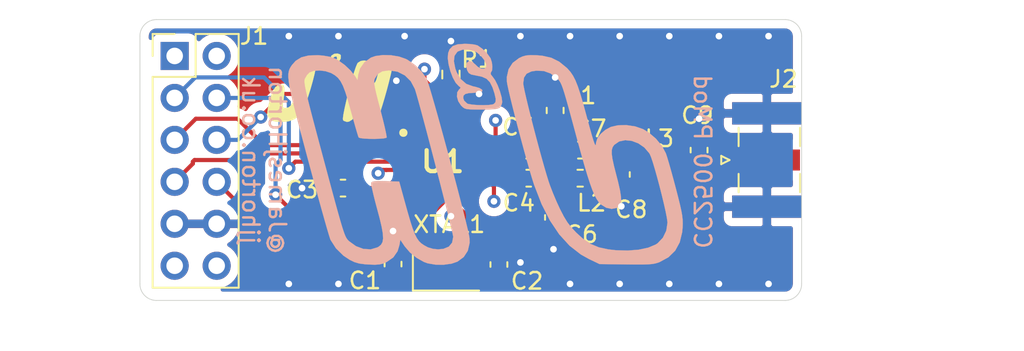
<source format=kicad_pcb>
(kicad_pcb (version 20171130) (host pcbnew 5.1.12-84ad8e8a86~92~ubuntu21.04.1)

  (general
    (thickness 1.6)
    (drawings 10)
    (tracks 154)
    (zones 0)
    (modules 19)
    (nets 21)
  )

  (page A4)
  (layers
    (0 F.Cu signal)
    (1 In1.Cu signal)
    (2 In2.Cu signal)
    (31 B.Cu signal)
    (32 B.Adhes user)
    (33 F.Adhes user)
    (34 B.Paste user)
    (35 F.Paste user)
    (36 B.SilkS user hide)
    (37 F.SilkS user)
    (38 B.Mask user)
    (39 F.Mask user)
    (40 Dwgs.User user)
    (41 Cmts.User user)
    (42 Eco1.User user)
    (43 Eco2.User user)
    (44 Edge.Cuts user)
    (45 Margin user)
    (46 B.CrtYd user)
    (47 F.CrtYd user)
    (48 B.Fab user)
    (49 F.Fab user)
  )

  (setup
    (last_trace_width 0.34)
    (user_trace_width 0.125)
    (user_trace_width 0.25)
    (user_trace_width 0.34)
    (trace_clearance 0.125)
    (zone_clearance 0.508)
    (zone_45_only no)
    (trace_min 0.1)
    (via_size 0.8)
    (via_drill 0.4)
    (via_min_size 0.4)
    (via_min_drill 0.3)
    (uvia_size 0.3)
    (uvia_drill 0.1)
    (uvias_allowed no)
    (uvia_min_size 0.2)
    (uvia_min_drill 0.1)
    (edge_width 0.05)
    (segment_width 0.2)
    (pcb_text_width 0.3)
    (pcb_text_size 1.5 1.5)
    (mod_edge_width 0.12)
    (mod_text_size 1 1)
    (mod_text_width 0.15)
    (pad_size 1.524 1.524)
    (pad_drill 0.762)
    (pad_to_mask_clearance 0)
    (aux_axis_origin 0 0)
    (visible_elements FFFFFF7F)
    (pcbplotparams
      (layerselection 0x010fc_ffffffff)
      (usegerberextensions false)
      (usegerberattributes true)
      (usegerberadvancedattributes true)
      (creategerberjobfile true)
      (excludeedgelayer true)
      (linewidth 0.100000)
      (plotframeref false)
      (viasonmask false)
      (mode 1)
      (useauxorigin false)
      (hpglpennumber 1)
      (hpglpenspeed 20)
      (hpglpendiameter 15.000000)
      (psnegative false)
      (psa4output false)
      (plotreference true)
      (plotvalue true)
      (plotinvisibletext false)
      (padsonsilk false)
      (subtractmaskfromsilk false)
      (outputformat 1)
      (mirror false)
      (drillshape 1)
      (scaleselection 1)
      (outputdirectory ""))
  )

  (net 0 "")
  (net 1 GND)
  (net 2 "Net-(C1-Pad1)")
  (net 3 "Net-(C2-Pad1)")
  (net 4 "Net-(C3-Pad1)")
  (net 5 "Net-(C4-Pad2)")
  (net 6 "Net-(C4-Pad1)")
  (net 7 "Net-(C5-Pad2)")
  (net 8 "Net-(C5-Pad1)")
  (net 9 "Net-(C7-Pad1)")
  (net 10 "Net-(C9-Pad1)")
  (net 11 "Net-(R1-Pad2)")
  (net 12 SPI_TX)
  (net 13 +3V3)
  (net 14 SPI_CSN)
  (net 15 GDO0)
  (net 16 GDO2)
  (net 17 SPI_RX)
  (net 18 SPI_CLK)
  (net 19 "Net-(J1-Pad2)")
  (net 20 "Net-(J1-Pad1)")

  (net_class Default "This is the default net class."
    (clearance 0.125)
    (trace_width 0.25)
    (via_dia 0.8)
    (via_drill 0.4)
    (uvia_dia 0.3)
    (uvia_drill 0.1)
    (add_net +3V3)
    (add_net GDO0)
    (add_net GDO2)
    (add_net GND)
    (add_net "Net-(C1-Pad1)")
    (add_net "Net-(C2-Pad1)")
    (add_net "Net-(C3-Pad1)")
    (add_net "Net-(C4-Pad1)")
    (add_net "Net-(C4-Pad2)")
    (add_net "Net-(C5-Pad1)")
    (add_net "Net-(C5-Pad2)")
    (add_net "Net-(C7-Pad1)")
    (add_net "Net-(C9-Pad1)")
    (add_net "Net-(J1-Pad1)")
    (add_net "Net-(J1-Pad2)")
    (add_net "Net-(R1-Pad2)")
    (add_net SPI_CLK)
    (add_net SPI_CSN)
    (add_net SPI_RX)
    (add_net SPI_TX)
  )

  (module jjh:Untitled (layer B.Cu) (tedit 0) (tstamp 6193BE8C)
    (at 135.8 92 180)
    (fp_text reference G*** (at 0 0) (layer B.SilkS) hide
      (effects (font (size 1.524 1.524) (thickness 0.3)) (justify mirror))
    )
    (fp_text value LOGO (at 0.75 0) (layer B.SilkS) hide
      (effects (font (size 1.524 1.524) (thickness 0.3)) (justify mirror))
    )
    (fp_poly (pts (xy -2.542242 6.828419) (xy -2.327106 6.768676) (xy -2.116667 6.670004) (xy -1.731851 6.380838)
      (xy -1.483853 5.995685) (xy -1.378564 5.52594) (xy -1.382398 5.249333) (xy -1.415173 5.048441)
      (xy -1.487983 4.709099) (xy -1.594404 4.255694) (xy -1.728015 3.712612) (xy -1.882393 3.104241)
      (xy -2.051116 2.454965) (xy -2.227761 1.789173) (xy -2.405907 1.13125) (xy -2.579131 0.505582)
      (xy -2.74101 -0.063443) (xy -2.885122 -0.551439) (xy -3.005045 -0.93402) (xy -3.032416 -1.016)
      (xy -3.478993 -2.167274) (xy -3.982865 -3.161007) (xy -4.545841 -3.99964) (xy -5.169727 -4.685615)
      (xy -5.856332 -5.221376) (xy -6.347997 -5.495441) (xy -6.985 -5.799667) (xy -8.593667 -5.820856)
      (xy -9.169797 -5.826721) (xy -9.605681 -5.825647) (xy -9.930339 -5.81555) (xy -10.172788 -5.794347)
      (xy -10.362046 -5.759954) (xy -10.527133 -5.710288) (xy -10.618791 -5.675447) (xy -11.152723 -5.383847)
      (xy -11.556199 -4.98688) (xy -11.831313 -4.481407) (xy -11.980162 -3.864287) (xy -12.004137 -3.598334)
      (xy -12.013081 -3.350802) (xy -12.011754 -3.296436) (xy -11.090649 -3.296436) (xy -11.017608 -3.777571)
      (xy -10.811446 -4.205158) (xy -10.494313 -4.538129) (xy -10.380157 -4.613835) (xy -9.926584 -4.804591)
      (xy -9.350129 -4.928213) (xy -8.684836 -4.98119) (xy -7.964748 -4.960014) (xy -7.513895 -4.909296)
      (xy -6.944326 -4.786769) (xy -6.453105 -4.582622) (xy -5.990099 -4.270666) (xy -5.578134 -3.898055)
      (xy -5.280552 -3.582201) (xy -5.039777 -3.269951) (xy -4.817915 -2.906154) (xy -4.586089 -2.454226)
      (xy -4.377366 -2.000427) (xy -4.167796 -1.503237) (xy -3.988 -1.037101) (xy -3.907487 -0.804334)
      (xy -3.783442 -0.404109) (xy -3.638279 0.092461) (xy -3.478116 0.661701) (xy -3.309067 1.279936)
      (xy -3.137249 1.92349) (xy -2.968777 2.56869) (xy -2.809768 3.191859) (xy -2.666337 3.769324)
      (xy -2.544601 4.277407) (xy -2.450674 4.692436) (xy -2.390674 4.990733) (xy -2.370667 5.144811)
      (xy -2.418869 5.49233) (xy -2.574962 5.7252) (xy -2.856179 5.86033) (xy -3.147086 5.906703)
      (xy -3.613386 5.888865) (xy -4.021603 5.739336) (xy -4.417834 5.441152) (xy -4.421571 5.437662)
      (xy -4.495849 5.364356) (xy -4.562213 5.283282) (xy -4.626069 5.178103) (xy -4.692824 5.032484)
      (xy -4.767884 4.830089) (xy -4.856656 4.554581) (xy -4.964548 4.189626) (xy -5.096966 3.718887)
      (xy -5.259316 3.126029) (xy -5.457006 2.394715) (xy -5.580271 1.936801) (xy -5.830444 1.017553)
      (xy -6.046981 0.248165) (xy -6.235283 -0.386279) (xy -6.400749 -0.900691) (xy -6.548781 -1.309986)
      (xy -6.684778 -1.629078) (xy -6.814141 -1.87288) (xy -6.942269 -2.056305) (xy -7.074562 -2.194269)
      (xy -7.076804 -2.196242) (xy -7.38632 -2.388179) (xy -7.712348 -2.458805) (xy -8.008239 -2.402912)
      (xy -8.1425 -2.315211) (xy -8.238554 -2.182384) (xy -8.284412 -1.988192) (xy -8.278499 -1.711571)
      (xy -8.21924 -1.33146) (xy -8.105059 -0.826795) (xy -8.001 -0.423334) (xy -7.857381 0.13766)
      (xy -7.764695 0.563025) (xy -7.721234 0.878075) (xy -7.725288 1.108123) (xy -7.775146 1.278482)
      (xy -7.869101 1.414466) (xy -7.876344 1.422343) (xy -8.171635 1.624601) (xy -8.534617 1.700442)
      (xy -8.931253 1.658821) (xy -9.327506 1.50869) (xy -9.689339 1.259003) (xy -9.982716 0.918716)
      (xy -10.019856 0.858465) (xy -10.098156 0.675723) (xy -10.204347 0.358895) (xy -10.330342 -0.06064)
      (xy -10.468053 -0.551499) (xy -10.609394 -1.082303) (xy -10.746276 -1.621671) (xy -10.870612 -2.138222)
      (xy -10.974315 -2.600577) (xy -11.049298 -2.977353) (xy -11.087473 -3.237172) (xy -11.090649 -3.296436)
      (xy -12.011754 -3.296436) (xy -12.007443 -3.11993) (xy -11.982 -2.875093) (xy -11.931529 -2.585662)
      (xy -11.850809 -2.221011) (xy -11.734616 -1.750513) (xy -11.600287 -1.230011) (xy -11.456153 -0.686567)
      (xy -11.314376 -0.169224) (xy -11.184495 0.288484) (xy -11.076045 0.653025) (xy -10.998564 0.890866)
      (xy -10.991988 0.908799) (xy -10.752318 1.357349) (xy -10.392867 1.791525) (xy -9.959662 2.162595)
      (xy -9.609667 2.3723) (xy -9.133259 2.536917) (xy -8.600782 2.614312) (xy -8.078171 2.600095)
      (xy -7.661835 2.501976) (xy -7.335063 2.325628) (xy -7.052164 2.08065) (xy -6.851371 1.808221)
      (xy -6.770916 1.549517) (xy -6.770759 1.54222) (xy -6.761209 1.418507) (xy -6.733911 1.395003)
      (xy -6.685169 1.482255) (xy -6.611287 1.690809) (xy -6.508571 2.031213) (xy -6.373325 2.514015)
      (xy -6.201854 3.14976) (xy -6.183855 3.217333) (xy -5.988588 3.934301) (xy -5.820205 4.508442)
      (xy -5.669366 4.962341) (xy -5.52673 5.318584) (xy -5.382957 5.599756) (xy -5.228707 5.828444)
      (xy -5.054638 6.027233) (xy -4.998844 6.08278) (xy -4.544973 6.453532) (xy -4.066308 6.690907)
      (xy -3.51409 6.815207) (xy -3.175 6.842178) (xy -2.804716 6.849641) (xy -2.542242 6.828419)) (layer B.SilkS) (width 0.01))
    (fp_poly (pts (xy 6.55668 6.796721) (xy 6.83823 6.698752) (xy 7.230291 6.413727) (xy 7.491853 6.0347)
      (xy 7.59785 5.665369) (xy 7.64319 5.327333) (xy 7.787716 5.5635) (xy 8.054881 5.906814)
      (xy 8.416365 6.24968) (xy 8.807284 6.533967) (xy 8.974666 6.626882) (xy 9.315736 6.751951)
      (xy 9.740375 6.823337) (xy 10.041526 6.844139) (xy 10.601952 6.828035) (xy 11.04133 6.717814)
      (xy 11.385404 6.503771) (xy 11.607515 6.253842) (xy 11.689627 6.132202) (xy 11.755011 6.010442)
      (xy 11.801428 5.875263) (xy 11.826637 5.713369) (xy 11.828399 5.511462) (xy 11.804472 5.256247)
      (xy 11.752618 4.934424) (xy 11.670594 4.532698) (xy 11.556162 4.037772) (xy 11.407081 3.436348)
      (xy 11.22111 2.715129) (xy 10.99601 1.860818) (xy 10.72954 0.860118) (xy 10.646268 0.548353)
      (xy 10.415379 -0.311596) (xy 10.193556 -1.129751) (xy 9.985281 -1.890113) (xy 9.795038 -2.57668)
      (xy 9.627312 -3.173453) (xy 9.486585 -3.664429) (xy 9.377341 -4.033609) (xy 9.304064 -4.264991)
      (xy 9.278656 -4.33224) (xy 8.950877 -4.844128) (xy 8.501616 -5.287438) (xy 8.117094 -5.543431)
      (xy 7.828141 -5.681529) (xy 7.543496 -5.765226) (xy 7.194025 -5.811575) (xy 6.970593 -5.826218)
      (xy 6.59354 -5.838187) (xy 6.324369 -5.821039) (xy 6.102881 -5.766216) (xy 5.881771 -5.671427)
      (xy 5.48453 -5.395939) (xy 5.223379 -5.019697) (xy 5.111325 -4.640852) (xy 5.060069 -4.328703)
      (xy 4.794867 -4.725518) (xy 4.478344 -5.094308) (xy 4.068017 -5.425788) (xy 3.627183 -5.673204)
      (xy 3.401678 -5.754581) (xy 2.933947 -5.834477) (xy 2.430225 -5.839103) (xy 1.956585 -5.772251)
      (xy 1.605439 -5.6515) (xy 1.226658 -5.373533) (xy 0.979878 -4.995009) (xy 0.872183 -4.529694)
      (xy 0.875531 -4.233334) (xy 0.88937 -4.15222) (xy 1.862666 -4.15222) (xy 1.928493 -4.500476)
      (xy 2.125839 -4.742155) (xy 2.454505 -4.877089) (xy 2.777037 -4.908092) (xy 3.081139 -4.876359)
      (xy 3.366583 -4.794761) (xy 3.412037 -4.774001) (xy 3.616594 -4.664152) (xy 3.786946 -4.548455)
      (xy 3.932501 -4.407549) (xy 4.062665 -4.22207) (xy 4.186847 -3.972655) (xy 4.314453 -3.639942)
      (xy 4.454891 -3.204568) (xy 4.617567 -2.647168) (xy 4.81189 -1.948382) (xy 4.847048 -1.820334)
      (xy 5.125742 -0.804334) (xy 5.951011 -0.780083) (xy 6.354883 -0.773947) (xy 6.616839 -0.785846)
      (xy 6.763608 -0.818594) (xy 6.820724 -0.87165) (xy 6.813806 -0.988189) (xy 6.766702 -1.238222)
      (xy 6.685984 -1.592492) (xy 6.57822 -2.021742) (xy 6.480584 -2.386269) (xy 6.305467 -3.044347)
      (xy 6.18404 -3.562024) (xy 6.115969 -3.959384) (xy 6.100921 -4.25651) (xy 6.138562 -4.473486)
      (xy 6.228559 -4.630395) (xy 6.370577 -4.747321) (xy 6.440722 -4.786798) (xy 6.849271 -4.907044)
      (xy 7.293566 -4.880391) (xy 7.739517 -4.714199) (xy 8.151283 -4.417466) (xy 8.210894 -4.360165)
      (xy 8.265128 -4.298914) (xy 8.317844 -4.221177) (xy 8.3729 -4.114416) (xy 8.434155 -3.966094)
      (xy 8.505468 -3.763676) (xy 8.590698 -3.494625) (xy 8.693703 -3.146403) (xy 8.818341 -2.706475)
      (xy 8.968473 -2.162303) (xy 9.147956 -1.501352) (xy 9.360649 -0.711083) (xy 9.610411 0.221038)
      (xy 9.819332 1.001891) (xy 10.070839 1.943922) (xy 10.280997 2.736422) (xy 10.452976 3.393238)
      (xy 10.589946 3.928217) (xy 10.695078 4.355205) (xy 10.771541 4.688047) (xy 10.822507 4.94059)
      (xy 10.851146 5.12668) (xy 10.860627 5.260164) (xy 10.854122 5.354887) (xy 10.8348 5.424696)
      (xy 10.833013 5.429097) (xy 10.701834 5.650269) (xy 10.552825 5.803039) (xy 10.299789 5.898081)
      (xy 9.956666 5.922626) (xy 9.586337 5.878807) (xy 9.25168 5.768761) (xy 9.230198 5.758115)
      (xy 9.012011 5.63014) (xy 8.830684 5.476298) (xy 8.674184 5.27343) (xy 8.530475 4.998379)
      (xy 8.387523 4.627987) (xy 8.233295 4.139097) (xy 8.055754 3.508551) (xy 8.049813 3.486728)
      (xy 7.915445 2.998444) (xy 7.793249 2.56487) (xy 7.691121 2.213189) (xy 7.616954 1.970588)
      (xy 7.578645 1.864251) (xy 7.578564 1.864118) (xy 7.474153 1.825098) (xy 7.247341 1.79793)
      (xy 6.944527 1.782787) (xy 6.612113 1.779842) (xy 6.296499 1.789268) (xy 6.044087 1.811241)
      (xy 5.901277 1.845932) (xy 5.887342 1.857797) (xy 5.893127 1.960608) (xy 5.938152 2.200481)
      (xy 6.016531 2.551271) (xy 6.122373 2.986832) (xy 6.249791 3.481018) (xy 6.270451 3.558775)
      (xy 6.419521 4.124048) (xy 6.52675 4.550805) (xy 6.59643 4.863462) (xy 6.632854 5.086429)
      (xy 6.640316 5.244122) (xy 6.623108 5.360953) (xy 6.599436 5.429684) (xy 6.418534 5.712025)
      (xy 6.147242 5.872792) (xy 5.760269 5.926527) (xy 5.735121 5.926666) (xy 5.228898 5.847186)
      (xy 4.784752 5.621116) (xy 4.427332 5.267011) (xy 4.181291 4.803428) (xy 4.160424 4.741333)
      (xy 4.080352 4.473541) (xy 3.969136 4.079728) (xy 3.831641 3.578721) (xy 3.672729 2.989345)
      (xy 3.497265 2.330428) (xy 3.310114 1.620795) (xy 3.116138 0.879273) (xy 2.920202 0.124688)
      (xy 2.727171 -0.624134) (xy 2.541908 -1.348367) (xy 2.369276 -2.029183) (xy 2.214141 -2.647758)
      (xy 2.081366 -3.185265) (xy 1.975814 -3.622876) (xy 1.902351 -3.941767) (xy 1.86584 -4.123111)
      (xy 1.862666 -4.15222) (xy 0.88937 -4.15222) (xy 0.906787 -4.050139) (xy 0.978465 -3.724823)
      (xy 1.085499 -3.276237) (xy 1.22282 -2.723232) (xy 1.38536 -2.08466) (xy 1.568052 -1.379371)
      (xy 1.765827 -0.626218) (xy 1.973617 0.155948) (xy 2.186355 0.948277) (xy 2.398973 1.731916)
      (xy 2.606402 2.488015) (xy 2.803575 3.197721) (xy 2.985424 3.842185) (xy 3.146881 4.402553)
      (xy 3.282878 4.859976) (xy 3.388347 5.195601) (xy 3.458221 5.390578) (xy 3.469227 5.41454)
      (xy 3.758831 5.841486) (xy 4.158998 6.24145) (xy 4.61317 6.560182) (xy 4.725008 6.619094)
      (xy 5.138588 6.763721) (xy 5.620464 6.842994) (xy 6.11253 6.854724) (xy 6.55668 6.796721)) (layer B.SilkS) (width 0.01))
    (fp_poly (pts (xy 1.594781 7.503024) (xy 1.89204 7.396976) (xy 2.080184 7.20351) (xy 2.16866 6.976653)
      (xy 2.191476 6.666911) (xy 2.141511 6.283257) (xy 2.034395 5.874079) (xy 1.88576 5.487763)
      (xy 1.711236 5.172698) (xy 1.526454 4.977269) (xy 1.521832 4.974331) (xy 1.416522 4.889412)
      (xy 1.456297 4.814486) (xy 1.505019 4.77706) (xy 1.620269 4.597788) (xy 1.635995 4.340422)
      (xy 1.558609 4.058976) (xy 1.394518 3.807464) (xy 1.389312 3.801976) (xy 1.283663 3.697335)
      (xy 1.181581 3.627589) (xy 1.047683 3.58566) (xy 0.846582 3.564471) (xy 0.542894 3.556943)
      (xy 0.15954 3.556) (xy -0.292933 3.560685) (xy -0.60577 3.577064) (xy -0.808468 3.608616)
      (xy -0.930526 3.658825) (xy -0.96762 3.689047) (xy -1.075568 3.879633) (xy -1.100667 4.020171)
      (xy -1.074717 4.213254) (xy -0.704632 4.213254) (xy -0.692575 4.005004) (xy -0.588938 3.891487)
      (xy -0.521958 3.866974) (xy -0.286385 3.832946) (xy 0.03696 3.820859) (xy 0.390139 3.828751)
      (xy 0.715214 3.85466) (xy 0.954247 3.896625) (xy 1.016 3.919043) (xy 1.200434 4.092158)
      (xy 1.253389 4.245395) (xy 1.237864 4.399807) (xy 1.13147 4.498513) (xy 0.909687 4.551923)
      (xy 0.547995 4.570447) (xy 0.486833 4.570844) (xy 0.21651 4.598447) (xy 0.096368 4.667218)
      (xy 0.117951 4.759102) (xy 0.2728 4.856043) (xy 0.552458 4.939987) (xy 0.669888 4.96163)
      (xy 1.070112 5.108054) (xy 1.404383 5.398202) (xy 1.654167 5.813241) (xy 1.737138 6.046198)
      (xy 1.820273 6.483021) (xy 1.781114 6.811694) (xy 1.618028 7.04287) (xy 1.580153 7.071642)
      (xy 1.298996 7.178635) (xy 0.950061 7.187119) (xy 0.600498 7.100899) (xy 0.419265 7.005879)
      (xy 0.186876 6.805638) (xy -0.004216 6.56387) (xy -0.123637 6.327913) (xy -0.141016 6.145105)
      (xy -0.138215 6.137026) (xy -0.021856 6.022965) (xy 0.163719 6.0271) (xy 0.376105 6.14029)
      (xy 0.517017 6.278291) (xy 0.727014 6.456109) (xy 0.911107 6.48588) (xy 1.038909 6.388831)
      (xy 1.080034 6.186189) (xy 1.01698 5.929035) (xy 0.922819 5.767023) (xy 0.775319 5.676861)
      (xy 0.520505 5.623228) (xy 0.127479 5.543577) (xy -0.152947 5.417227) (xy -0.354882 5.212123)
      (xy -0.512431 4.896209) (xy -0.629299 4.542612) (xy -0.704632 4.213254) (xy -1.074717 4.213254)
      (xy -1.062123 4.306952) (xy -0.96191 4.663538) (xy -0.823161 5.027687) (xy -0.669007 5.337155)
      (xy -0.54892 5.504809) (xy -0.412033 5.683059) (xy -0.40703 5.788101) (xy -0.416391 5.795376)
      (xy -0.486015 5.924657) (xy -0.504544 6.152667) (xy -0.47395 6.417332) (xy -0.396204 6.656578)
      (xy -0.388559 6.671704) (xy -0.189669 6.950458) (xy 0.091476 7.227796) (xy 0.38263 7.432995)
      (xy 0.3966 7.440321) (xy 0.574459 7.489058) (xy 0.858034 7.523331) (xy 1.163802 7.535333)
      (xy 1.594781 7.503024)) (layer B.SilkS) (width 0.01))
  )

  (module jjh:j2h_small (layer F.Cu) (tedit 0) (tstamp 6193BCC7)
    (at 126.5 87.5)
    (fp_text reference G*** (at 0 0) (layer F.SilkS) hide
      (effects (font (size 1.524 1.524) (thickness 0.3)))
    )
    (fp_text value LOGO (at 0.75 0) (layer F.SilkS) hide
      (effects (font (size 1.524 1.524) (thickness 0.3)))
    )
    (fp_poly (pts (xy -0.916266 -2.009227) (xy -0.853482 -1.905249) (xy -0.846666 -1.779412) (xy -0.873808 -1.544377)
      (xy -0.947163 -1.192884) (xy -1.054627 -0.767452) (xy -1.184096 -0.310597) (xy -1.323466 0.135162)
      (xy -1.460632 0.527309) (xy -1.583491 0.823326) (xy -1.593507 0.843949) (xy -1.84552 1.254772)
      (xy -2.138795 1.518476) (xy -2.508188 1.657156) (xy -2.933521 1.693333) (xy -3.263589 1.680518)
      (xy -3.476315 1.633994) (xy -3.622307 1.541641) (xy -3.640666 1.524) (xy -3.743665 1.393135)
      (xy -3.79329 1.236553) (xy -3.789599 1.019163) (xy -3.732647 0.70587) (xy -3.64259 0.338667)
      (xy -3.490729 -0.121096) (xy -3.312754 -0.419638) (xy -3.103321 -0.563792) (xy -2.927834 -0.575511)
      (xy -2.820682 -0.519823) (xy -2.766175 -0.376243) (xy -2.762291 -0.122477) (xy -2.807013 0.263767)
      (xy -2.835438 0.4445) (xy -2.870183 0.685662) (xy -2.858652 0.803872) (xy -2.78396 0.842943)
      (xy -2.68046 0.846667) (xy -2.529615 0.818556) (xy -2.398393 0.720882) (xy -2.276258 0.533626)
      (xy -2.152674 0.236772) (xy -2.017104 -0.189696) (xy -1.88659 -0.661479) (xy -1.769102 -1.076097)
      (xy -1.65248 -1.440471) (xy -1.549369 -1.717989) (xy -1.472416 -1.872037) (xy -1.465559 -1.880465)
      (xy -1.280323 -1.994264) (xy -1.087544 -2.032) (xy -0.916266 -2.009227)) (layer F.SilkS) (width 0.01))
    (fp_poly (pts (xy 2.237663 -1.98957) (xy 2.315048 -1.909091) (xy 2.317395 -1.769299) (xy 2.277991 -1.521819)
      (xy 2.206716 -1.225413) (xy 2.12553 -0.898368) (xy 2.114169 -0.702877) (xy 2.18633 -0.610734)
      (xy 2.355712 -0.593731) (xy 2.506774 -0.60752) (xy 2.633231 -0.636476) (xy 2.720861 -0.712238)
      (xy 2.792752 -0.872) (xy 2.871995 -1.152955) (xy 2.890385 -1.225482) (xy 2.984196 -1.534236)
      (xy 3.089379 -1.783792) (xy 3.183707 -1.921744) (xy 3.186641 -1.923982) (xy 3.398254 -2.015938)
      (xy 3.611894 -2.018021) (xy 3.761774 -1.933431) (xy 3.783231 -1.894971) (xy 3.781034 -1.761583)
      (xy 3.735539 -1.498458) (xy 3.655356 -1.13665) (xy 3.549094 -0.707213) (xy 3.425361 -0.241201)
      (xy 3.292766 0.230331) (xy 3.159919 0.67633) (xy 3.035428 1.06574) (xy 2.927903 1.36751)
      (xy 2.845952 1.550583) (xy 2.817806 1.5875) (xy 2.614785 1.676754) (xy 2.404105 1.681246)
      (xy 2.254233 1.603673) (xy 2.231205 1.564388) (xy 2.225391 1.419684) (xy 2.258883 1.168692)
      (xy 2.318529 0.890821) (xy 2.38814 0.607242) (xy 2.437404 0.394221) (xy 2.455334 0.3001)
      (xy 2.380384 0.27063) (xy 2.194237 0.25484) (xy 2.132988 0.254) (xy 1.810642 0.254)
      (xy 1.656137 0.849699) (xy 1.514022 1.275408) (xy 1.343928 1.546476) (xy 1.135247 1.676698)
      (xy 1.007528 1.693333) (xy 0.831352 1.632768) (xy 0.778031 1.585649) (xy 0.769726 1.471454)
      (xy 0.803174 1.225705) (xy 0.870567 0.878769) (xy 0.964097 0.461011) (xy 1.075958 0.002795)
      (xy 1.198342 -0.465513) (xy 1.323442 -0.913547) (xy 1.443449 -1.310942) (xy 1.550558 -1.627333)
      (xy 1.636959 -1.832354) (xy 1.670065 -1.883733) (xy 1.842479 -1.991941) (xy 2.054555 -2.02812)
      (xy 2.237663 -1.98957)) (layer F.SilkS) (width 0.01))
    (fp_poly (pts (xy 0.600871 -2.393282) (xy 0.644177 -2.334949) (xy 0.638427 -2.138705) (xy 0.512548 -1.933058)
      (xy 0.302723 -1.773723) (xy 0.270019 -1.758832) (xy 0.118525 -1.689685) (xy 0.115652 -1.655199)
      (xy 0.232834 -1.629997) (xy 0.39938 -1.562052) (xy 0.424049 -1.468015) (xy 0.32157 -1.386201)
      (xy 0.127 -1.354667) (xy -0.081456 -1.376338) (xy -0.162652 -1.454071) (xy -0.168037 -1.502833)
      (xy -0.110065 -1.730766) (xy 0.0774 -1.889396) (xy 0.192223 -1.939941) (xy 0.358612 -2.042927)
      (xy 0.423334 -2.156905) (xy 0.379179 -2.273896) (xy 0.262158 -2.248576) (xy 0.187678 -2.185811)
      (xy 0.071751 -2.12442) (xy 0.021186 -2.182195) (xy 0.071385 -2.311641) (xy 0.082969 -2.326287)
      (xy 0.242541 -2.427061) (xy 0.440065 -2.449776) (xy 0.600871 -2.393282)) (layer F.SilkS) (width 0.01))
  )

  (module Connector_PinHeader_2.54mm:PinHeader_2x06_P2.54mm_Vertical (layer F.Cu) (tedit 59FED5CC) (tstamp 6193A412)
    (at 117.1 85.2)
    (descr "Through hole straight pin header, 2x06, 2.54mm pitch, double rows")
    (tags "Through hole pin header THT 2x06 2.54mm double row")
    (path /619037E4)
    (fp_text reference J1 (at 4.8 -1.2) (layer F.SilkS)
      (effects (font (size 1 1) (thickness 0.15)))
    )
    (fp_text value Conn_02x06_Counter_Clockwise (at 1.4 16.3) (layer F.Fab)
      (effects (font (size 1 1) (thickness 0.15)))
    )
    (fp_text user %R (at 1.27 6.35 90) (layer F.Fab)
      (effects (font (size 1 1) (thickness 0.15)))
    )
    (fp_line (start 0 -1.27) (end 3.81 -1.27) (layer F.Fab) (width 0.1))
    (fp_line (start 3.81 -1.27) (end 3.81 13.97) (layer F.Fab) (width 0.1))
    (fp_line (start 3.81 13.97) (end -1.27 13.97) (layer F.Fab) (width 0.1))
    (fp_line (start -1.27 13.97) (end -1.27 0) (layer F.Fab) (width 0.1))
    (fp_line (start -1.27 0) (end 0 -1.27) (layer F.Fab) (width 0.1))
    (fp_line (start -1.33 14.03) (end 3.87 14.03) (layer F.SilkS) (width 0.12))
    (fp_line (start -1.33 1.27) (end -1.33 14.03) (layer F.SilkS) (width 0.12))
    (fp_line (start 3.87 -1.33) (end 3.87 14.03) (layer F.SilkS) (width 0.12))
    (fp_line (start -1.33 1.27) (end 1.27 1.27) (layer F.SilkS) (width 0.12))
    (fp_line (start 1.27 1.27) (end 1.27 -1.33) (layer F.SilkS) (width 0.12))
    (fp_line (start 1.27 -1.33) (end 3.87 -1.33) (layer F.SilkS) (width 0.12))
    (fp_line (start -1.33 0) (end -1.33 -1.33) (layer F.SilkS) (width 0.12))
    (fp_line (start -1.33 -1.33) (end 0 -1.33) (layer F.SilkS) (width 0.12))
    (fp_line (start -1.8 -1.8) (end -1.8 14.5) (layer F.CrtYd) (width 0.05))
    (fp_line (start -1.8 14.5) (end 4.35 14.5) (layer F.CrtYd) (width 0.05))
    (fp_line (start 4.35 14.5) (end 4.35 -1.8) (layer F.CrtYd) (width 0.05))
    (fp_line (start 4.35 -1.8) (end -1.8 -1.8) (layer F.CrtYd) (width 0.05))
    (pad 12 thru_hole oval (at 2.54 12.7) (size 1.7 1.7) (drill 1) (layers *.Cu *.Mask)
      (net 13 +3V3))
    (pad 11 thru_hole oval (at 0 12.7) (size 1.7 1.7) (drill 1) (layers *.Cu *.Mask)
      (net 13 +3V3))
    (pad 10 thru_hole oval (at 2.54 10.16) (size 1.7 1.7) (drill 1) (layers *.Cu *.Mask)
      (net 1 GND))
    (pad 9 thru_hole oval (at 0 10.16) (size 1.7 1.7) (drill 1) (layers *.Cu *.Mask)
      (net 1 GND))
    (pad 8 thru_hole oval (at 2.54 7.62) (size 1.7 1.7) (drill 1) (layers *.Cu *.Mask)
      (net 14 SPI_CSN))
    (pad 7 thru_hole oval (at 0 7.62) (size 1.7 1.7) (drill 1) (layers *.Cu *.Mask)
      (net 17 SPI_RX))
    (pad 6 thru_hole oval (at 2.54 5.08) (size 1.7 1.7) (drill 1) (layers *.Cu *.Mask)
      (net 12 SPI_TX))
    (pad 5 thru_hole oval (at 0 5.08) (size 1.7 1.7) (drill 1) (layers *.Cu *.Mask)
      (net 18 SPI_CLK))
    (pad 4 thru_hole oval (at 2.54 2.54) (size 1.7 1.7) (drill 1) (layers *.Cu *.Mask)
      (net 15 GDO0))
    (pad 3 thru_hole oval (at 0 2.54) (size 1.7 1.7) (drill 1) (layers *.Cu *.Mask)
      (net 16 GDO2))
    (pad 2 thru_hole oval (at 2.54 0) (size 1.7 1.7) (drill 1) (layers *.Cu *.Mask)
      (net 19 "Net-(J1-Pad2)"))
    (pad 1 thru_hole rect (at 0 0) (size 1.7 1.7) (drill 1) (layers *.Cu *.Mask)
      (net 20 "Net-(J1-Pad1)"))
    (model ${KISYS3DMOD}/Connector_PinHeader_2.54mm.3dshapes/PinHeader_2x06_P2.54mm_Vertical.wrl
      (at (xyz 0 0 0))
      (scale (xyz 1 1 1))
      (rotate (xyz 0 0 0))
    )
  )

  (module Crystal:Crystal_SMD_Abracon_ABM8G-4Pin_3.2x2.5mm (layer F.Cu) (tedit 5A0FD1B2) (tstamp 61939EC6)
    (at 133.5 97.75)
    (descr "Abracon Miniature Ceramic Smd Crystal ABM8G http://www.abracon.com/Resonators/ABM8G.pdf, 3.2x2.5mm^2 package")
    (tags "SMD SMT crystal")
    (path /623124BB)
    (attr smd)
    (fp_text reference XTAL1 (at 0.2 -2.35 180) (layer F.SilkS)
      (effects (font (size 1 1) (thickness 0.15)))
    )
    (fp_text value 26MHz (at 0.1 4.45) (layer F.Fab)
      (effects (font (size 1 1) (thickness 0.15)))
    )
    (fp_text user %R (at 0 0) (layer F.Fab)
      (effects (font (size 0.7 0.7) (thickness 0.105)))
    )
    (fp_line (start -1.4 -1.25) (end 1.4 -1.25) (layer F.Fab) (width 0.1))
    (fp_line (start 1.4 -1.25) (end 1.6 -1.05) (layer F.Fab) (width 0.1))
    (fp_line (start 1.6 -1.05) (end 1.6 1.05) (layer F.Fab) (width 0.1))
    (fp_line (start 1.6 1.05) (end 1.4 1.25) (layer F.Fab) (width 0.1))
    (fp_line (start 1.4 1.25) (end -1.4 1.25) (layer F.Fab) (width 0.1))
    (fp_line (start -1.4 1.25) (end -1.6 1.05) (layer F.Fab) (width 0.1))
    (fp_line (start -1.6 1.05) (end -1.6 -1.05) (layer F.Fab) (width 0.1))
    (fp_line (start -1.6 -1.05) (end -1.4 -1.25) (layer F.Fab) (width 0.1))
    (fp_line (start -1.6 0.25) (end -0.6 1.25) (layer F.Fab) (width 0.1))
    (fp_line (start -2 -1.65) (end -2 1.65) (layer F.SilkS) (width 0.12))
    (fp_line (start -2 1.65) (end 2 1.65) (layer F.SilkS) (width 0.12))
    (fp_line (start -2.1 -1.7) (end -2.1 1.7) (layer F.CrtYd) (width 0.05))
    (fp_line (start -2.1 1.7) (end 2.1 1.7) (layer F.CrtYd) (width 0.05))
    (fp_line (start 2.1 1.7) (end 2.1 -1.7) (layer F.CrtYd) (width 0.05))
    (fp_line (start 2.1 -1.7) (end -2.1 -1.7) (layer F.CrtYd) (width 0.05))
    (pad 4 smd rect (at -1.1 -0.85) (size 1.4 1.2) (layers F.Cu F.Paste F.Mask)
      (net 1 GND))
    (pad 3 smd rect (at 1.1 -0.85) (size 1.4 1.2) (layers F.Cu F.Paste F.Mask)
      (net 3 "Net-(C2-Pad1)"))
    (pad 2 smd rect (at 1.1 0.85) (size 1.4 1.2) (layers F.Cu F.Paste F.Mask)
      (net 1 GND))
    (pad 1 smd rect (at -1.1 0.85) (size 1.4 1.2) (layers F.Cu F.Paste F.Mask)
      (net 2 "Net-(C1-Pad1)"))
    (model ${KISYS3DMOD}/Crystal.3dshapes/Crystal_SMD_Abracon_ABM8G-4Pin_3.2x2.5mm.wrl
      (at (xyz 0 0 0))
      (scale (xyz 1 1 1))
      (rotate (xyz 0 0 0))
    )
  )

  (module jjh:QFN50P400X400X100-21N-D (layer F.Cu) (tedit 0) (tstamp 61939EAE)
    (at 133.3 91.6)
    (descr CC1101RGPR5)
    (tags "Integrated Circuit")
    (path /6230133C)
    (attr smd)
    (fp_text reference U1 (at 0 0) (layer F.SilkS)
      (effects (font (size 1.27 1.27) (thickness 0.254)))
    )
    (fp_text value CC2500RGPR (at 0 0) (layer F.SilkS) hide
      (effects (font (size 1.27 1.27) (thickness 0.254)))
    )
    (fp_text user %R (at -3.9 -2.1) (layer F.Fab)
      (effects (font (size 1.27 1.27) (thickness 0.254)))
    )
    (fp_line (start -2.625 -2.625) (end 2.625 -2.625) (layer F.CrtYd) (width 0.05))
    (fp_line (start 2.625 -2.625) (end 2.625 2.625) (layer F.CrtYd) (width 0.05))
    (fp_line (start 2.625 2.625) (end -2.625 2.625) (layer F.CrtYd) (width 0.05))
    (fp_line (start -2.625 2.625) (end -2.625 -2.625) (layer F.CrtYd) (width 0.05))
    (fp_line (start -2 -2) (end 2 -2) (layer F.Fab) (width 0.1))
    (fp_line (start 2 -2) (end 2 2) (layer F.Fab) (width 0.1))
    (fp_line (start 2 2) (end -2 2) (layer F.Fab) (width 0.1))
    (fp_line (start -2 2) (end -2 -2) (layer F.Fab) (width 0.1))
    (fp_line (start -2 -1.5) (end -1.5 -2) (layer F.Fab) (width 0.1))
    (fp_circle (center -2.375 -1.75) (end -2.375 -1.625) (layer F.SilkS) (width 0.25))
    (pad 21 smd rect (at 0 0) (size 2.5 2.5) (layers F.Cu F.Paste F.Mask))
    (pad 20 smd rect (at -1 -1.9) (size 0.3 0.95) (layers F.Cu F.Paste F.Mask)
      (net 12 SPI_TX))
    (pad 19 smd rect (at -0.5 -1.9) (size 0.3 0.95) (layers F.Cu F.Paste F.Mask)
      (net 1 GND))
    (pad 18 smd rect (at 0 -1.9) (size 0.3 0.95) (layers F.Cu F.Paste F.Mask)
      (net 13 +3V3))
    (pad 17 smd rect (at 0.5 -1.9) (size 0.3 0.95) (layers F.Cu F.Paste F.Mask)
      (net 11 "Net-(R1-Pad2)"))
    (pad 16 smd rect (at 1 -1.9) (size 0.3 0.95) (layers F.Cu F.Paste F.Mask)
      (net 1 GND))
    (pad 15 smd rect (at 1.9 -1 90) (size 0.3 0.95) (layers F.Cu F.Paste F.Mask)
      (net 13 +3V3))
    (pad 14 smd rect (at 1.9 -0.5 90) (size 0.3 0.95) (layers F.Cu F.Paste F.Mask)
      (net 13 +3V3))
    (pad 13 smd rect (at 1.9 0 90) (size 0.3 0.95) (layers F.Cu F.Paste F.Mask)
      (net 7 "Net-(C5-Pad2)"))
    (pad 12 smd rect (at 1.9 0.5 90) (size 0.3 0.95) (layers F.Cu F.Paste F.Mask)
      (net 5 "Net-(C4-Pad2)"))
    (pad 11 smd rect (at 1.9 1 90) (size 0.3 0.95) (layers F.Cu F.Paste F.Mask)
      (net 13 +3V3))
    (pad 10 smd rect (at 1 1.9) (size 0.3 0.95) (layers F.Cu F.Paste F.Mask)
      (net 3 "Net-(C2-Pad1)"))
    (pad 9 smd rect (at 0.5 1.9) (size 0.3 0.95) (layers F.Cu F.Paste F.Mask)
      (net 13 +3V3))
    (pad 8 smd rect (at 0 1.9) (size 0.3 0.95) (layers F.Cu F.Paste F.Mask)
      (net 2 "Net-(C1-Pad1)"))
    (pad 7 smd rect (at -0.5 1.9) (size 0.3 0.95) (layers F.Cu F.Paste F.Mask)
      (net 14 SPI_CSN))
    (pad 6 smd rect (at -1 1.9) (size 0.3 0.95) (layers F.Cu F.Paste F.Mask)
      (net 15 GDO0))
    (pad 5 smd rect (at -1.9 1 90) (size 0.3 0.95) (layers F.Cu F.Paste F.Mask)
      (net 4 "Net-(C3-Pad1)"))
    (pad 4 smd rect (at -1.9 0.5 90) (size 0.3 0.95) (layers F.Cu F.Paste F.Mask)
      (net 13 +3V3))
    (pad 3 smd rect (at -1.9 0 90) (size 0.3 0.95) (layers F.Cu F.Paste F.Mask)
      (net 16 GDO2))
    (pad 2 smd rect (at -1.9 -0.5 90) (size 0.3 0.95) (layers F.Cu F.Paste F.Mask)
      (net 17 SPI_RX))
    (pad 1 smd rect (at -1.9 -1 90) (size 0.3 0.95) (layers F.Cu F.Paste F.Mask)
      (net 18 SPI_CLK))
    (model CC1101RGPR.stp
      (at (xyz 0 0 0))
      (scale (xyz 1 1 1))
      (rotate (xyz 0 0 0))
    )
  )

  (module Resistor_SMD:R_0603_1608Metric (layer F.Cu) (tedit 5F68FEEE) (tstamp 61939E8A)
    (at 133.8 86.325 270)
    (descr "Resistor SMD 0603 (1608 Metric), square (rectangular) end terminal, IPC_7351 nominal, (Body size source: IPC-SM-782 page 72, https://www.pcb-3d.com/wordpress/wp-content/uploads/ipc-sm-782a_amendment_1_and_2.pdf), generated with kicad-footprint-generator")
    (tags resistor)
    (path /6230D792)
    (attr smd)
    (fp_text reference R1 (at -0.925 -1.6 180) (layer F.SilkS)
      (effects (font (size 1 1) (thickness 0.15)))
    )
    (fp_text value 56K (at 0 1.43 90) (layer F.Fab)
      (effects (font (size 1 1) (thickness 0.15)))
    )
    (fp_text user %R (at 0 0 90) (layer F.Fab)
      (effects (font (size 0.4 0.4) (thickness 0.06)))
    )
    (fp_line (start -0.8 0.4125) (end -0.8 -0.4125) (layer F.Fab) (width 0.1))
    (fp_line (start -0.8 -0.4125) (end 0.8 -0.4125) (layer F.Fab) (width 0.1))
    (fp_line (start 0.8 -0.4125) (end 0.8 0.4125) (layer F.Fab) (width 0.1))
    (fp_line (start 0.8 0.4125) (end -0.8 0.4125) (layer F.Fab) (width 0.1))
    (fp_line (start -0.237258 -0.5225) (end 0.237258 -0.5225) (layer F.SilkS) (width 0.12))
    (fp_line (start -0.237258 0.5225) (end 0.237258 0.5225) (layer F.SilkS) (width 0.12))
    (fp_line (start -1.48 0.73) (end -1.48 -0.73) (layer F.CrtYd) (width 0.05))
    (fp_line (start -1.48 -0.73) (end 1.48 -0.73) (layer F.CrtYd) (width 0.05))
    (fp_line (start 1.48 -0.73) (end 1.48 0.73) (layer F.CrtYd) (width 0.05))
    (fp_line (start 1.48 0.73) (end -1.48 0.73) (layer F.CrtYd) (width 0.05))
    (pad 2 smd roundrect (at 0.825 0 270) (size 0.8 0.95) (layers F.Cu F.Paste F.Mask) (roundrect_rratio 0.25)
      (net 11 "Net-(R1-Pad2)"))
    (pad 1 smd roundrect (at -0.825 0 270) (size 0.8 0.95) (layers F.Cu F.Paste F.Mask) (roundrect_rratio 0.25)
      (net 1 GND))
    (model ${KISYS3DMOD}/Resistor_SMD.3dshapes/R_0603_1608Metric.wrl
      (at (xyz 0 0 0))
      (scale (xyz 1 1 1))
      (rotate (xyz 0 0 0))
    )
  )

  (module Inductor_SMD:L_0603_1608Metric (layer F.Cu) (tedit 5F68FEF0) (tstamp 61939E79)
    (at 146.4 91.6 180)
    (descr "Inductor SMD 0603 (1608 Metric), square (rectangular) end terminal, IPC_7351 nominal, (Body size source: http://www.tortai-tech.com/upload/download/2011102023233369053.pdf), generated with kicad-footprint-generator")
    (tags inductor)
    (path /6232A787)
    (attr smd)
    (fp_text reference L3 (at 0 1.4) (layer F.SilkS)
      (effects (font (size 1 1) (thickness 0.15)))
    )
    (fp_text value 1.2nH (at 0 1.43) (layer F.Fab) hide
      (effects (font (size 1 1) (thickness 0.15)))
    )
    (fp_text user %R (at 0 0) (layer F.Fab)
      (effects (font (size 0.4 0.4) (thickness 0.06)))
    )
    (fp_line (start -0.8 0.4) (end -0.8 -0.4) (layer F.Fab) (width 0.1))
    (fp_line (start -0.8 -0.4) (end 0.8 -0.4) (layer F.Fab) (width 0.1))
    (fp_line (start 0.8 -0.4) (end 0.8 0.4) (layer F.Fab) (width 0.1))
    (fp_line (start 0.8 0.4) (end -0.8 0.4) (layer F.Fab) (width 0.1))
    (fp_line (start -0.162779 -0.51) (end 0.162779 -0.51) (layer F.SilkS) (width 0.12))
    (fp_line (start -0.162779 0.51) (end 0.162779 0.51) (layer F.SilkS) (width 0.12))
    (fp_line (start -1.48 0.73) (end -1.48 -0.73) (layer F.CrtYd) (width 0.05))
    (fp_line (start -1.48 -0.73) (end 1.48 -0.73) (layer F.CrtYd) (width 0.05))
    (fp_line (start 1.48 -0.73) (end 1.48 0.73) (layer F.CrtYd) (width 0.05))
    (fp_line (start 1.48 0.73) (end -1.48 0.73) (layer F.CrtYd) (width 0.05))
    (pad 2 smd roundrect (at 0.7875 0 180) (size 0.875 0.95) (layers F.Cu F.Paste F.Mask) (roundrect_rratio 0.25)
      (net 9 "Net-(C7-Pad1)"))
    (pad 1 smd roundrect (at -0.7875 0 180) (size 0.875 0.95) (layers F.Cu F.Paste F.Mask) (roundrect_rratio 0.25)
      (net 10 "Net-(C9-Pad1)"))
    (model ${KISYS3DMOD}/Inductor_SMD.3dshapes/L_0603_1608Metric.wrl
      (at (xyz 0 0 0))
      (scale (xyz 1 1 1))
      (rotate (xyz 0 0 0))
    )
  )

  (module Inductor_SMD:L_0603_1608Metric (layer F.Cu) (tedit 5F68FEF0) (tstamp 61939E68)
    (at 141.6125 92.6 180)
    (descr "Inductor SMD 0603 (1608 Metric), square (rectangular) end terminal, IPC_7351 nominal, (Body size source: http://www.tortai-tech.com/upload/download/2011102023233369053.pdf), generated with kicad-footprint-generator")
    (tags inductor)
    (path /6232B3FC)
    (attr smd)
    (fp_text reference L2 (at -0.6875 -1.5) (layer F.SilkS)
      (effects (font (size 1 1) (thickness 0.15)))
    )
    (fp_text value 1.2nH (at -0.3875 -6) (layer F.Fab) hide
      (effects (font (size 1 1) (thickness 0.15)))
    )
    (fp_text user %R (at 0 0) (layer F.Fab)
      (effects (font (size 0.4 0.4) (thickness 0.06)))
    )
    (fp_line (start -0.8 0.4) (end -0.8 -0.4) (layer F.Fab) (width 0.1))
    (fp_line (start -0.8 -0.4) (end 0.8 -0.4) (layer F.Fab) (width 0.1))
    (fp_line (start 0.8 -0.4) (end 0.8 0.4) (layer F.Fab) (width 0.1))
    (fp_line (start 0.8 0.4) (end -0.8 0.4) (layer F.Fab) (width 0.1))
    (fp_line (start -0.162779 -0.51) (end 0.162779 -0.51) (layer F.SilkS) (width 0.12))
    (fp_line (start -0.162779 0.51) (end 0.162779 0.51) (layer F.SilkS) (width 0.12))
    (fp_line (start -1.48 0.73) (end -1.48 -0.73) (layer F.CrtYd) (width 0.05))
    (fp_line (start -1.48 -0.73) (end 1.48 -0.73) (layer F.CrtYd) (width 0.05))
    (fp_line (start 1.48 -0.73) (end 1.48 0.73) (layer F.CrtYd) (width 0.05))
    (fp_line (start 1.48 0.73) (end -1.48 0.73) (layer F.CrtYd) (width 0.05))
    (pad 2 smd roundrect (at 0.7875 0 180) (size 0.875 0.95) (layers F.Cu F.Paste F.Mask) (roundrect_rratio 0.25)
      (net 6 "Net-(C4-Pad1)"))
    (pad 1 smd roundrect (at -0.7875 0 180) (size 0.875 0.95) (layers F.Cu F.Paste F.Mask) (roundrect_rratio 0.25)
      (net 9 "Net-(C7-Pad1)"))
    (model ${KISYS3DMOD}/Inductor_SMD.3dshapes/L_0603_1608Metric.wrl
      (at (xyz 0 0 0))
      (scale (xyz 1 1 1))
      (rotate (xyz 0 0 0))
    )
  )

  (module Inductor_SMD:L_0603_1608Metric (layer F.Cu) (tedit 5F68FEF0) (tstamp 6193C155)
    (at 140.1 88.5 90)
    (descr "Inductor SMD 0603 (1608 Metric), square (rectangular) end terminal, IPC_7351 nominal, (Body size source: http://www.tortai-tech.com/upload/download/2011102023233369053.pdf), generated with kicad-footprint-generator")
    (tags inductor)
    (path /6232BEC1)
    (attr smd)
    (fp_text reference L1 (at 0.9 1.6 180) (layer F.SilkS)
      (effects (font (size 1 1) (thickness 0.15)))
    )
    (fp_text value 1.2nH (at 2.3 1.4 180) (layer F.Fab) hide
      (effects (font (size 1 1) (thickness 0.15)))
    )
    (fp_text user %R (at 0 0 90) (layer F.Fab)
      (effects (font (size 0.4 0.4) (thickness 0.06)))
    )
    (fp_line (start -0.8 0.4) (end -0.8 -0.4) (layer F.Fab) (width 0.1))
    (fp_line (start -0.8 -0.4) (end 0.8 -0.4) (layer F.Fab) (width 0.1))
    (fp_line (start 0.8 -0.4) (end 0.8 0.4) (layer F.Fab) (width 0.1))
    (fp_line (start 0.8 0.4) (end -0.8 0.4) (layer F.Fab) (width 0.1))
    (fp_line (start -0.162779 -0.51) (end 0.162779 -0.51) (layer F.SilkS) (width 0.12))
    (fp_line (start -0.162779 0.51) (end 0.162779 0.51) (layer F.SilkS) (width 0.12))
    (fp_line (start -1.48 0.73) (end -1.48 -0.73) (layer F.CrtYd) (width 0.05))
    (fp_line (start -1.48 -0.73) (end 1.48 -0.73) (layer F.CrtYd) (width 0.05))
    (fp_line (start 1.48 -0.73) (end 1.48 0.73) (layer F.CrtYd) (width 0.05))
    (fp_line (start 1.48 0.73) (end -1.48 0.73) (layer F.CrtYd) (width 0.05))
    (pad 2 smd roundrect (at 0.7875 0 90) (size 0.875 0.95) (layers F.Cu F.Paste F.Mask) (roundrect_rratio 0.25)
      (net 1 GND))
    (pad 1 smd roundrect (at -0.7875 0 90) (size 0.875 0.95) (layers F.Cu F.Paste F.Mask) (roundrect_rratio 0.25)
      (net 8 "Net-(C5-Pad1)"))
    (model ${KISYS3DMOD}/Inductor_SMD.3dshapes/L_0603_1608Metric.wrl
      (at (xyz 0 0 0))
      (scale (xyz 1 1 1))
      (rotate (xyz 0 0 0))
    )
  )

  (module Connector_Coaxial:SMA_Samtec_SMA-J-P-X-ST-EM1_EdgeMount (layer F.Cu) (tedit 5DAA3454) (tstamp 61939E46)
    (at 152.9 91.5 90)
    (descr "Connector SMA, 0Hz to 20GHz, 50Ohm, Edge Mount (http://suddendocs.samtec.com/prints/sma-j-p-x-st-em1-mkt.pdf)")
    (tags "SMA Straight Samtec Edge Mount")
    (path /6231F9D3)
    (attr smd)
    (fp_text reference J2 (at 4.9 1 180) (layer F.SilkS)
      (effects (font (size 1 1) (thickness 0.15)))
    )
    (fp_text value Conn_Coaxial (at 0 13 90) (layer F.Fab)
      (effects (font (size 1 1) (thickness 0.15)))
    )
    (fp_text user "Board Thickness: 1.57mm" (at -0.2 14.7 90) (layer Cmts.User)
      (effects (font (size 1 1) (thickness 0.15)))
    )
    (fp_text user "PCB Edge" (at 0 2.6 90) (layer Dwgs.User)
      (effects (font (size 0.5 0.5) (thickness 0.1)))
    )
    (fp_text user %R (at 0 4.79 270) (layer F.Fab)
      (effects (font (size 1 1) (thickness 0.15)))
    )
    (fp_line (start -0.25 -2.76) (end 0 -2.26) (layer F.SilkS) (width 0.12))
    (fp_line (start 0.25 -2.76) (end -0.25 -2.76) (layer F.SilkS) (width 0.12))
    (fp_line (start 0 -2.26) (end 0.25 -2.76) (layer F.SilkS) (width 0.12))
    (fp_line (start 0 3.1) (end -0.64 2.1) (layer F.Fab) (width 0.1))
    (fp_line (start 0.64 2.1) (end 0 3.1) (layer F.Fab) (width 0.1))
    (fp_line (start 4 2.6) (end 4 -2.6) (layer F.CrtYd) (width 0.05))
    (fp_line (start 3.68 12.12) (end -3.68 12.12) (layer F.CrtYd) (width 0.05))
    (fp_line (start -4 2.6) (end -4 -2.6) (layer F.CrtYd) (width 0.05))
    (fp_line (start -4 -2.6) (end 4 -2.6) (layer F.CrtYd) (width 0.05))
    (fp_line (start 4 2.6) (end 4 -2.6) (layer B.CrtYd) (width 0.05))
    (fp_line (start 3.68 12.12) (end -3.68 12.12) (layer B.CrtYd) (width 0.05))
    (fp_line (start -4 2.6) (end -4 -2.6) (layer B.CrtYd) (width 0.05))
    (fp_line (start -4 -2.6) (end 4 -2.6) (layer B.CrtYd) (width 0.05))
    (fp_line (start 3.165 11.62) (end -3.165 11.62) (layer F.Fab) (width 0.1))
    (fp_line (start 3.175 -1.71) (end 3.175 11.62) (layer F.Fab) (width 0.1))
    (fp_line (start 3.175 -1.71) (end 2.365 -1.71) (layer F.Fab) (width 0.1))
    (fp_line (start 2.365 -1.71) (end 2.365 2.1) (layer F.Fab) (width 0.1))
    (fp_line (start 2.365 2.1) (end -2.365 2.1) (layer F.Fab) (width 0.1))
    (fp_line (start -2.365 2.1) (end -2.365 -1.71) (layer F.Fab) (width 0.1))
    (fp_line (start -2.365 -1.71) (end -3.175 -1.71) (layer F.Fab) (width 0.1))
    (fp_line (start -3.175 -1.71) (end -3.175 11.62) (layer F.Fab) (width 0.1))
    (fp_line (start 4.1 2.1) (end -4.1 2.1) (layer Dwgs.User) (width 0.1))
    (fp_line (start -3.68 2.6) (end -4 2.6) (layer F.CrtYd) (width 0.05))
    (fp_line (start -3.68 12.12) (end -3.68 2.6) (layer F.CrtYd) (width 0.05))
    (fp_line (start 3.68 2.6) (end 4 2.6) (layer F.CrtYd) (width 0.05))
    (fp_line (start 3.68 2.6) (end 3.68 12.12) (layer F.CrtYd) (width 0.05))
    (fp_line (start -3.68 2.6) (end -4 2.6) (layer B.CrtYd) (width 0.05))
    (fp_line (start -3.68 12.12) (end -3.68 2.6) (layer B.CrtYd) (width 0.05))
    (fp_line (start 4 2.6) (end 3.68 2.6) (layer B.CrtYd) (width 0.05))
    (fp_line (start 3.68 2.6) (end 3.68 12.12) (layer B.CrtYd) (width 0.05))
    (fp_line (start -1.95 2) (end -0.84 2) (layer F.SilkS) (width 0.12))
    (fp_line (start 0.84 2) (end 1.95 2) (layer F.SilkS) (width 0.12))
    (fp_line (start -1.95 -1.71) (end -0.84 -1.71) (layer F.SilkS) (width 0.12))
    (fp_line (start 0.84 -1.71) (end 1.95 -1.71) (layer F.SilkS) (width 0.12))
    (pad 1 smd rect (at 0 0.2 90) (size 1.27 3.6) (layers F.Cu F.Paste F.Mask)
      (net 10 "Net-(C9-Pad1)"))
    (pad 2 smd rect (at 2.825 0 90) (size 1.35 4.2) (layers F.Cu F.Paste F.Mask)
      (net 1 GND))
    (pad 2 smd rect (at -2.825 0 90) (size 1.35 4.2) (layers F.Cu F.Paste F.Mask)
      (net 1 GND))
    (pad 2 smd rect (at 2.825 0 90) (size 1.35 4.2) (layers B.Cu B.Paste B.Mask)
      (net 1 GND))
    (pad 2 smd rect (at -2.825 0 90) (size 1.35 4.2) (layers B.Cu B.Paste B.Mask)
      (net 1 GND))
    (model ${KISYS3DMOD}/Connector_Coaxial.3dshapes/SMA_Samtec_SMA-J-P-X-ST-EM1_EdgeMount.wrl
      (at (xyz 0 0 0))
      (scale (xyz 1 1 1))
      (rotate (xyz 0 0 0))
    )
  )

  (module Capacitor_SMD:C_0603_1608Metric (layer F.Cu) (tedit 5F68FEEE) (tstamp 61939E18)
    (at 148.8 90.9 90)
    (descr "Capacitor SMD 0603 (1608 Metric), square (rectangular) end terminal, IPC_7351 nominal, (Body size source: IPC-SM-782 page 76, https://www.pcb-3d.com/wordpress/wp-content/uploads/ipc-sm-782a_amendment_1_and_2.pdf), generated with kicad-footprint-generator")
    (tags capacitor)
    (path /6231FFA4)
    (attr smd)
    (fp_text reference C9 (at 2.1 -0.1 180) (layer F.SilkS)
      (effects (font (size 1 1) (thickness 0.15)))
    )
    (fp_text value 1.5pF (at 0 1.43 90) (layer F.Fab) hide
      (effects (font (size 1 1) (thickness 0.15)))
    )
    (fp_text user %R (at 0 0 90) (layer F.Fab)
      (effects (font (size 0.4 0.4) (thickness 0.06)))
    )
    (fp_line (start -0.8 0.4) (end -0.8 -0.4) (layer F.Fab) (width 0.1))
    (fp_line (start -0.8 -0.4) (end 0.8 -0.4) (layer F.Fab) (width 0.1))
    (fp_line (start 0.8 -0.4) (end 0.8 0.4) (layer F.Fab) (width 0.1))
    (fp_line (start 0.8 0.4) (end -0.8 0.4) (layer F.Fab) (width 0.1))
    (fp_line (start -0.14058 -0.51) (end 0.14058 -0.51) (layer F.SilkS) (width 0.12))
    (fp_line (start -0.14058 0.51) (end 0.14058 0.51) (layer F.SilkS) (width 0.12))
    (fp_line (start -1.48 0.73) (end -1.48 -0.73) (layer F.CrtYd) (width 0.05))
    (fp_line (start -1.48 -0.73) (end 1.48 -0.73) (layer F.CrtYd) (width 0.05))
    (fp_line (start 1.48 -0.73) (end 1.48 0.73) (layer F.CrtYd) (width 0.05))
    (fp_line (start 1.48 0.73) (end -1.48 0.73) (layer F.CrtYd) (width 0.05))
    (pad 2 smd roundrect (at 0.775 0 90) (size 0.9 0.95) (layers F.Cu F.Paste F.Mask) (roundrect_rratio 0.25)
      (net 1 GND))
    (pad 1 smd roundrect (at -0.775 0 90) (size 0.9 0.95) (layers F.Cu F.Paste F.Mask) (roundrect_rratio 0.25)
      (net 10 "Net-(C9-Pad1)"))
    (model ${KISYS3DMOD}/Capacitor_SMD.3dshapes/C_0603_1608Metric.wrl
      (at (xyz 0 0 0))
      (scale (xyz 1 1 1))
      (rotate (xyz 0 0 0))
    )
  )

  (module Capacitor_SMD:C_0603_1608Metric (layer F.Cu) (tedit 5F68FEEE) (tstamp 61939E07)
    (at 144.1 92.375 270)
    (descr "Capacitor SMD 0603 (1608 Metric), square (rectangular) end terminal, IPC_7351 nominal, (Body size source: IPC-SM-782 page 76, https://www.pcb-3d.com/wordpress/wp-content/uploads/ipc-sm-782a_amendment_1_and_2.pdf), generated with kicad-footprint-generator")
    (tags capacitor)
    (path /623208C3)
    (attr smd)
    (fp_text reference C8 (at 2.125 -0.6 180) (layer F.SilkS)
      (effects (font (size 1 1) (thickness 0.15)))
    )
    (fp_text value 1.8pF (at 5.875 -2.6 90) (layer F.Fab) hide
      (effects (font (size 1 1) (thickness 0.15)))
    )
    (fp_text user %R (at 0 0 90) (layer F.Fab)
      (effects (font (size 0.4 0.4) (thickness 0.06)))
    )
    (fp_line (start -0.8 0.4) (end -0.8 -0.4) (layer F.Fab) (width 0.1))
    (fp_line (start -0.8 -0.4) (end 0.8 -0.4) (layer F.Fab) (width 0.1))
    (fp_line (start 0.8 -0.4) (end 0.8 0.4) (layer F.Fab) (width 0.1))
    (fp_line (start 0.8 0.4) (end -0.8 0.4) (layer F.Fab) (width 0.1))
    (fp_line (start -0.14058 -0.51) (end 0.14058 -0.51) (layer F.SilkS) (width 0.12))
    (fp_line (start -0.14058 0.51) (end 0.14058 0.51) (layer F.SilkS) (width 0.12))
    (fp_line (start -1.48 0.73) (end -1.48 -0.73) (layer F.CrtYd) (width 0.05))
    (fp_line (start -1.48 -0.73) (end 1.48 -0.73) (layer F.CrtYd) (width 0.05))
    (fp_line (start 1.48 -0.73) (end 1.48 0.73) (layer F.CrtYd) (width 0.05))
    (fp_line (start 1.48 0.73) (end -1.48 0.73) (layer F.CrtYd) (width 0.05))
    (pad 2 smd roundrect (at 0.775 0 270) (size 0.9 0.95) (layers F.Cu F.Paste F.Mask) (roundrect_rratio 0.25)
      (net 1 GND))
    (pad 1 smd roundrect (at -0.775 0 270) (size 0.9 0.95) (layers F.Cu F.Paste F.Mask) (roundrect_rratio 0.25)
      (net 9 "Net-(C7-Pad1)"))
    (model ${KISYS3DMOD}/Capacitor_SMD.3dshapes/C_0603_1608Metric.wrl
      (at (xyz 0 0 0))
      (scale (xyz 1 1 1))
      (rotate (xyz 0 0 0))
    )
  )

  (module Capacitor_SMD:C_0603_1608Metric (layer F.Cu) (tedit 5F68FEEE) (tstamp 61939DF6)
    (at 141.625 90.9 180)
    (descr "Capacitor SMD 0603 (1608 Metric), square (rectangular) end terminal, IPC_7351 nominal, (Body size source: IPC-SM-782 page 76, https://www.pcb-3d.com/wordpress/wp-content/uploads/ipc-sm-782a_amendment_1_and_2.pdf), generated with kicad-footprint-generator")
    (tags capacitor)
    (path /62321099)
    (attr smd)
    (fp_text reference C7 (at -0.6 1.3) (layer F.SilkS)
      (effects (font (size 1 1) (thickness 0.15)))
    )
    (fp_text value 1pF (at -2.275 3.3) (layer F.Fab) hide
      (effects (font (size 1 1) (thickness 0.15)))
    )
    (fp_text user %R (at 0 0) (layer F.Fab)
      (effects (font (size 0.4 0.4) (thickness 0.06)))
    )
    (fp_line (start -0.8 0.4) (end -0.8 -0.4) (layer F.Fab) (width 0.1))
    (fp_line (start -0.8 -0.4) (end 0.8 -0.4) (layer F.Fab) (width 0.1))
    (fp_line (start 0.8 -0.4) (end 0.8 0.4) (layer F.Fab) (width 0.1))
    (fp_line (start 0.8 0.4) (end -0.8 0.4) (layer F.Fab) (width 0.1))
    (fp_line (start -0.14058 -0.51) (end 0.14058 -0.51) (layer F.SilkS) (width 0.12))
    (fp_line (start -0.14058 0.51) (end 0.14058 0.51) (layer F.SilkS) (width 0.12))
    (fp_line (start -1.48 0.73) (end -1.48 -0.73) (layer F.CrtYd) (width 0.05))
    (fp_line (start -1.48 -0.73) (end 1.48 -0.73) (layer F.CrtYd) (width 0.05))
    (fp_line (start 1.48 -0.73) (end 1.48 0.73) (layer F.CrtYd) (width 0.05))
    (fp_line (start 1.48 0.73) (end -1.48 0.73) (layer F.CrtYd) (width 0.05))
    (pad 2 smd roundrect (at 0.775 0 180) (size 0.9 0.95) (layers F.Cu F.Paste F.Mask) (roundrect_rratio 0.25)
      (net 8 "Net-(C5-Pad1)"))
    (pad 1 smd roundrect (at -0.775 0 180) (size 0.9 0.95) (layers F.Cu F.Paste F.Mask) (roundrect_rratio 0.25)
      (net 9 "Net-(C7-Pad1)"))
    (model ${KISYS3DMOD}/Capacitor_SMD.3dshapes/C_0603_1608Metric.wrl
      (at (xyz 0 0 0))
      (scale (xyz 1 1 1))
      (rotate (xyz 0 0 0))
    )
  )

  (module Capacitor_SMD:C_0603_1608Metric (layer F.Cu) (tedit 5F68FEEE) (tstamp 61939DE5)
    (at 140 94.975 90)
    (descr "Capacitor SMD 0603 (1608 Metric), square (rectangular) end terminal, IPC_7351 nominal, (Body size source: IPC-SM-782 page 76, https://www.pcb-3d.com/wordpress/wp-content/uploads/ipc-sm-782a_amendment_1_and_2.pdf), generated with kicad-footprint-generator")
    (tags capacitor)
    (path /623216C5)
    (attr smd)
    (fp_text reference C6 (at -1.025 1.7 180) (layer F.SilkS)
      (effects (font (size 1 1) (thickness 0.15)))
    )
    (fp_text value 1pF (at -2.325 5.2 90) (layer F.Fab) hide
      (effects (font (size 1 1) (thickness 0.15)))
    )
    (fp_text user %R (at 0 0 90) (layer F.Fab)
      (effects (font (size 0.4 0.4) (thickness 0.06)))
    )
    (fp_line (start -0.8 0.4) (end -0.8 -0.4) (layer F.Fab) (width 0.1))
    (fp_line (start -0.8 -0.4) (end 0.8 -0.4) (layer F.Fab) (width 0.1))
    (fp_line (start 0.8 -0.4) (end 0.8 0.4) (layer F.Fab) (width 0.1))
    (fp_line (start 0.8 0.4) (end -0.8 0.4) (layer F.Fab) (width 0.1))
    (fp_line (start -0.14058 -0.51) (end 0.14058 -0.51) (layer F.SilkS) (width 0.12))
    (fp_line (start -0.14058 0.51) (end 0.14058 0.51) (layer F.SilkS) (width 0.12))
    (fp_line (start -1.48 0.73) (end -1.48 -0.73) (layer F.CrtYd) (width 0.05))
    (fp_line (start -1.48 -0.73) (end 1.48 -0.73) (layer F.CrtYd) (width 0.05))
    (fp_line (start 1.48 -0.73) (end 1.48 0.73) (layer F.CrtYd) (width 0.05))
    (fp_line (start 1.48 0.73) (end -1.48 0.73) (layer F.CrtYd) (width 0.05))
    (pad 2 smd roundrect (at 0.775 0 90) (size 0.9 0.95) (layers F.Cu F.Paste F.Mask) (roundrect_rratio 0.25)
      (net 6 "Net-(C4-Pad1)"))
    (pad 1 smd roundrect (at -0.775 0 90) (size 0.9 0.95) (layers F.Cu F.Paste F.Mask) (roundrect_rratio 0.25)
      (net 1 GND))
    (model ${KISYS3DMOD}/Capacitor_SMD.3dshapes/C_0603_1608Metric.wrl
      (at (xyz 0 0 0))
      (scale (xyz 1 1 1))
      (rotate (xyz 0 0 0))
    )
  )

  (module Capacitor_SMD:C_0603_1608Metric (layer F.Cu) (tedit 5F68FEEE) (tstamp 61939DD4)
    (at 138.5 90.9 180)
    (descr "Capacitor SMD 0603 (1608 Metric), square (rectangular) end terminal, IPC_7351 nominal, (Body size source: IPC-SM-782 page 76, https://www.pcb-3d.com/wordpress/wp-content/uploads/ipc-sm-782a_amendment_1_and_2.pdf), generated with kicad-footprint-generator")
    (tags capacitor)
    (path /6232247D)
    (attr smd)
    (fp_text reference C5 (at 0.625 1.4) (layer F.SilkS)
      (effects (font (size 1 1) (thickness 0.15)))
    )
    (fp_text value 100pF (at 1.225 4.7) (layer F.Fab) hide
      (effects (font (size 1 1) (thickness 0.15)))
    )
    (fp_text user %R (at 0 0) (layer F.Fab)
      (effects (font (size 0.4 0.4) (thickness 0.06)))
    )
    (fp_line (start -0.8 0.4) (end -0.8 -0.4) (layer F.Fab) (width 0.1))
    (fp_line (start -0.8 -0.4) (end 0.8 -0.4) (layer F.Fab) (width 0.1))
    (fp_line (start 0.8 -0.4) (end 0.8 0.4) (layer F.Fab) (width 0.1))
    (fp_line (start 0.8 0.4) (end -0.8 0.4) (layer F.Fab) (width 0.1))
    (fp_line (start -0.14058 -0.51) (end 0.14058 -0.51) (layer F.SilkS) (width 0.12))
    (fp_line (start -0.14058 0.51) (end 0.14058 0.51) (layer F.SilkS) (width 0.12))
    (fp_line (start -1.48 0.73) (end -1.48 -0.73) (layer F.CrtYd) (width 0.05))
    (fp_line (start -1.48 -0.73) (end 1.48 -0.73) (layer F.CrtYd) (width 0.05))
    (fp_line (start 1.48 -0.73) (end 1.48 0.73) (layer F.CrtYd) (width 0.05))
    (fp_line (start 1.48 0.73) (end -1.48 0.73) (layer F.CrtYd) (width 0.05))
    (pad 2 smd roundrect (at 0.775 0 180) (size 0.9 0.95) (layers F.Cu F.Paste F.Mask) (roundrect_rratio 0.25)
      (net 7 "Net-(C5-Pad2)"))
    (pad 1 smd roundrect (at -0.775 0 180) (size 0.9 0.95) (layers F.Cu F.Paste F.Mask) (roundrect_rratio 0.25)
      (net 8 "Net-(C5-Pad1)"))
    (model ${KISYS3DMOD}/Capacitor_SMD.3dshapes/C_0603_1608Metric.wrl
      (at (xyz 0 0 0))
      (scale (xyz 1 1 1))
      (rotate (xyz 0 0 0))
    )
  )

  (module Capacitor_SMD:C_0603_1608Metric (layer F.Cu) (tedit 5F68FEEE) (tstamp 61939DC3)
    (at 138.5 92.6 180)
    (descr "Capacitor SMD 0603 (1608 Metric), square (rectangular) end terminal, IPC_7351 nominal, (Body size source: IPC-SM-782 page 76, https://www.pcb-3d.com/wordpress/wp-content/uploads/ipc-sm-782a_amendment_1_and_2.pdf), generated with kicad-footprint-generator")
    (tags capacitor)
    (path /62321D1F)
    (attr smd)
    (fp_text reference C4 (at 0.6 -1.5) (layer F.SilkS)
      (effects (font (size 1 1) (thickness 0.15)))
    )
    (fp_text value 100pF (at -3.075 4.5) (layer F.Fab) hide
      (effects (font (size 1 1) (thickness 0.15)))
    )
    (fp_text user %R (at 0 0) (layer F.Fab)
      (effects (font (size 0.4 0.4) (thickness 0.06)))
    )
    (fp_line (start -0.8 0.4) (end -0.8 -0.4) (layer F.Fab) (width 0.1))
    (fp_line (start -0.8 -0.4) (end 0.8 -0.4) (layer F.Fab) (width 0.1))
    (fp_line (start 0.8 -0.4) (end 0.8 0.4) (layer F.Fab) (width 0.1))
    (fp_line (start 0.8 0.4) (end -0.8 0.4) (layer F.Fab) (width 0.1))
    (fp_line (start -0.14058 -0.51) (end 0.14058 -0.51) (layer F.SilkS) (width 0.12))
    (fp_line (start -0.14058 0.51) (end 0.14058 0.51) (layer F.SilkS) (width 0.12))
    (fp_line (start -1.48 0.73) (end -1.48 -0.73) (layer F.CrtYd) (width 0.05))
    (fp_line (start -1.48 -0.73) (end 1.48 -0.73) (layer F.CrtYd) (width 0.05))
    (fp_line (start 1.48 -0.73) (end 1.48 0.73) (layer F.CrtYd) (width 0.05))
    (fp_line (start 1.48 0.73) (end -1.48 0.73) (layer F.CrtYd) (width 0.05))
    (pad 2 smd roundrect (at 0.775 0 180) (size 0.9 0.95) (layers F.Cu F.Paste F.Mask) (roundrect_rratio 0.25)
      (net 5 "Net-(C4-Pad2)"))
    (pad 1 smd roundrect (at -0.775 0 180) (size 0.9 0.95) (layers F.Cu F.Paste F.Mask) (roundrect_rratio 0.25)
      (net 6 "Net-(C4-Pad1)"))
    (model ${KISYS3DMOD}/Capacitor_SMD.3dshapes/C_0603_1608Metric.wrl
      (at (xyz 0 0 0))
      (scale (xyz 1 1 1))
      (rotate (xyz 0 0 0))
    )
  )

  (module Capacitor_SMD:C_0603_1608Metric (layer F.Cu) (tedit 5F68FEEE) (tstamp 61939DB2)
    (at 127.275 93.2 180)
    (descr "Capacitor SMD 0603 (1608 Metric), square (rectangular) end terminal, IPC_7351 nominal, (Body size source: IPC-SM-782 page 76, https://www.pcb-3d.com/wordpress/wp-content/uploads/ipc-sm-782a_amendment_1_and_2.pdf), generated with kicad-footprint-generator")
    (tags capacitor)
    (path /6230DEB2)
    (attr smd)
    (fp_text reference C3 (at 2.475 -0.1) (layer F.SilkS)
      (effects (font (size 1 1) (thickness 0.15)))
    )
    (fp_text value 100nF (at 0 1.43) (layer F.Fab)
      (effects (font (size 1 1) (thickness 0.15)))
    )
    (fp_text user %R (at 0 0) (layer F.Fab)
      (effects (font (size 0.4 0.4) (thickness 0.06)))
    )
    (fp_line (start -0.8 0.4) (end -0.8 -0.4) (layer F.Fab) (width 0.1))
    (fp_line (start -0.8 -0.4) (end 0.8 -0.4) (layer F.Fab) (width 0.1))
    (fp_line (start 0.8 -0.4) (end 0.8 0.4) (layer F.Fab) (width 0.1))
    (fp_line (start 0.8 0.4) (end -0.8 0.4) (layer F.Fab) (width 0.1))
    (fp_line (start -0.14058 -0.51) (end 0.14058 -0.51) (layer F.SilkS) (width 0.12))
    (fp_line (start -0.14058 0.51) (end 0.14058 0.51) (layer F.SilkS) (width 0.12))
    (fp_line (start -1.48 0.73) (end -1.48 -0.73) (layer F.CrtYd) (width 0.05))
    (fp_line (start -1.48 -0.73) (end 1.48 -0.73) (layer F.CrtYd) (width 0.05))
    (fp_line (start 1.48 -0.73) (end 1.48 0.73) (layer F.CrtYd) (width 0.05))
    (fp_line (start 1.48 0.73) (end -1.48 0.73) (layer F.CrtYd) (width 0.05))
    (pad 2 smd roundrect (at 0.775 0 180) (size 0.9 0.95) (layers F.Cu F.Paste F.Mask) (roundrect_rratio 0.25)
      (net 1 GND))
    (pad 1 smd roundrect (at -0.775 0 180) (size 0.9 0.95) (layers F.Cu F.Paste F.Mask) (roundrect_rratio 0.25)
      (net 4 "Net-(C3-Pad1)"))
    (model ${KISYS3DMOD}/Capacitor_SMD.3dshapes/C_0603_1608Metric.wrl
      (at (xyz 0 0 0))
      (scale (xyz 1 1 1))
      (rotate (xyz 0 0 0))
    )
  )

  (module Capacitor_SMD:C_0603_1608Metric (layer F.Cu) (tedit 5F68FEEE) (tstamp 61939DA1)
    (at 136.7 97.825 270)
    (descr "Capacitor SMD 0603 (1608 Metric), square (rectangular) end terminal, IPC_7351 nominal, (Body size source: IPC-SM-782 page 76, https://www.pcb-3d.com/wordpress/wp-content/uploads/ipc-sm-782a_amendment_1_and_2.pdf), generated with kicad-footprint-generator")
    (tags capacitor)
    (path /62315C35)
    (attr smd)
    (fp_text reference C2 (at 1 -1.7 180) (layer F.SilkS)
      (effects (font (size 1 1) (thickness 0.15)))
    )
    (fp_text value C (at 2.975 0 180) (layer F.Fab)
      (effects (font (size 1 1) (thickness 0.15)))
    )
    (fp_text user %R (at 0 0 90) (layer F.Fab)
      (effects (font (size 0.4 0.4) (thickness 0.06)))
    )
    (fp_line (start -0.8 0.4) (end -0.8 -0.4) (layer F.Fab) (width 0.1))
    (fp_line (start -0.8 -0.4) (end 0.8 -0.4) (layer F.Fab) (width 0.1))
    (fp_line (start 0.8 -0.4) (end 0.8 0.4) (layer F.Fab) (width 0.1))
    (fp_line (start 0.8 0.4) (end -0.8 0.4) (layer F.Fab) (width 0.1))
    (fp_line (start -0.14058 -0.51) (end 0.14058 -0.51) (layer F.SilkS) (width 0.12))
    (fp_line (start -0.14058 0.51) (end 0.14058 0.51) (layer F.SilkS) (width 0.12))
    (fp_line (start -1.48 0.73) (end -1.48 -0.73) (layer F.CrtYd) (width 0.05))
    (fp_line (start -1.48 -0.73) (end 1.48 -0.73) (layer F.CrtYd) (width 0.05))
    (fp_line (start 1.48 -0.73) (end 1.48 0.73) (layer F.CrtYd) (width 0.05))
    (fp_line (start 1.48 0.73) (end -1.48 0.73) (layer F.CrtYd) (width 0.05))
    (pad 2 smd roundrect (at 0.775 0 270) (size 0.9 0.95) (layers F.Cu F.Paste F.Mask) (roundrect_rratio 0.25)
      (net 1 GND))
    (pad 1 smd roundrect (at -0.775 0 270) (size 0.9 0.95) (layers F.Cu F.Paste F.Mask) (roundrect_rratio 0.25)
      (net 3 "Net-(C2-Pad1)"))
    (model ${KISYS3DMOD}/Capacitor_SMD.3dshapes/C_0603_1608Metric.wrl
      (at (xyz 0 0 0))
      (scale (xyz 1 1 1))
      (rotate (xyz 0 0 0))
    )
  )

  (module Capacitor_SMD:C_0603_1608Metric (layer F.Cu) (tedit 5F68FEEE) (tstamp 61939D90)
    (at 130.3 97.8 90)
    (descr "Capacitor SMD 0603 (1608 Metric), square (rectangular) end terminal, IPC_7351 nominal, (Body size source: IPC-SM-782 page 76, https://www.pcb-3d.com/wordpress/wp-content/uploads/ipc-sm-782a_amendment_1_and_2.pdf), generated with kicad-footprint-generator")
    (tags capacitor)
    (path /6231550C)
    (attr smd)
    (fp_text reference C1 (at -1 -1.7 180) (layer F.SilkS)
      (effects (font (size 1 1) (thickness 0.15)))
    )
    (fp_text value C (at -3 0 180) (layer F.Fab)
      (effects (font (size 1 1) (thickness 0.15)))
    )
    (fp_text user %R (at 0 0 90) (layer F.Fab)
      (effects (font (size 0.4 0.4) (thickness 0.06)))
    )
    (fp_line (start -0.8 0.4) (end -0.8 -0.4) (layer F.Fab) (width 0.1))
    (fp_line (start -0.8 -0.4) (end 0.8 -0.4) (layer F.Fab) (width 0.1))
    (fp_line (start 0.8 -0.4) (end 0.8 0.4) (layer F.Fab) (width 0.1))
    (fp_line (start 0.8 0.4) (end -0.8 0.4) (layer F.Fab) (width 0.1))
    (fp_line (start -0.14058 -0.51) (end 0.14058 -0.51) (layer F.SilkS) (width 0.12))
    (fp_line (start -0.14058 0.51) (end 0.14058 0.51) (layer F.SilkS) (width 0.12))
    (fp_line (start -1.48 0.73) (end -1.48 -0.73) (layer F.CrtYd) (width 0.05))
    (fp_line (start -1.48 -0.73) (end 1.48 -0.73) (layer F.CrtYd) (width 0.05))
    (fp_line (start 1.48 -0.73) (end 1.48 0.73) (layer F.CrtYd) (width 0.05))
    (fp_line (start 1.48 0.73) (end -1.48 0.73) (layer F.CrtYd) (width 0.05))
    (pad 2 smd roundrect (at 0.775 0 90) (size 0.9 0.95) (layers F.Cu F.Paste F.Mask) (roundrect_rratio 0.25)
      (net 1 GND))
    (pad 1 smd roundrect (at -0.775 0 90) (size 0.9 0.95) (layers F.Cu F.Paste F.Mask) (roundrect_rratio 0.25)
      (net 2 "Net-(C1-Pad1)"))
    (model ${KISYS3DMOD}/Capacitor_SMD.3dshapes/C_0603_1608Metric.wrl
      (at (xyz 0 0 0))
      (scale (xyz 1 1 1))
      (rotate (xyz 0 0 0))
    )
  )

  (gr_text "@JamesjHorton\njjhorton.co.uk" (at 122.5 91.5 270) (layer B.SilkS)
    (effects (font (size 1 1) (thickness 0.15)) (justify mirror))
  )
  (gr_text "CC2500 PMod" (at 149 91.6 270) (layer B.SilkS)
    (effects (font (size 1 1) (thickness 0.15)) (justify mirror))
  )
  (gr_arc (start 154 84) (end 155 84) (angle -90) (layer Edge.Cuts) (width 0.05))
  (gr_arc (start 154 99) (end 154 100) (angle -90) (layer Edge.Cuts) (width 0.05))
  (gr_arc (start 116 84) (end 116 83) (angle -90) (layer Edge.Cuts) (width 0.05))
  (gr_arc (start 116 99) (end 115 99) (angle -90) (layer Edge.Cuts) (width 0.05))
  (gr_line (start 154 83) (end 116 83) (layer Edge.Cuts) (width 0.05) (tstamp 6193A6DB))
  (gr_line (start 155 99) (end 155 84) (layer Edge.Cuts) (width 0.05))
  (gr_line (start 116 100) (end 154 100) (layer Edge.Cuts) (width 0.05))
  (gr_line (start 115 84) (end 115 99) (layer Edge.Cuts) (width 0.05))

  (segment (start 134.6 98.6) (end 136.7 98.6) (width 0.25) (layer F.Cu) (net 1))
  (segment (start 126.5 93.2) (end 124.8 93.2) (width 0.25) (layer F.Cu) (net 1))
  (segment (start 124.8 93.2) (end 124.8 93.2) (width 0.25) (layer F.Cu) (net 1) (tstamp 6193B7DC))
  (via (at 124.8 93.2) (size 0.8) (drill 0.4) (layers F.Cu B.Cu) (net 1))
  (segment (start 132.9 96.9) (end 134.6 98.6) (width 0.25) (layer F.Cu) (net 1))
  (segment (start 132.4 96.9) (end 132.9 96.9) (width 0.25) (layer F.Cu) (net 1))
  (via (at 130.3 95.8) (size 0.8) (drill 0.4) (layers F.Cu B.Cu) (net 1))
  (via (at 138 97.7) (size 0.8) (drill 0.4) (layers F.Cu B.Cu) (net 1))
  (segment (start 130.3 97.025) (end 130.3 95.8) (width 0.25) (layer F.Cu) (net 1))
  (segment (start 137.1 98.6) (end 138 97.7) (width 0.25) (layer F.Cu) (net 1))
  (segment (start 136.7 98.6) (end 137.1 98.6) (width 0.25) (layer F.Cu) (net 1))
  (segment (start 132.8 88.369656) (end 131.130344 86.7) (width 0.25) (layer F.Cu) (net 1))
  (segment (start 132.8 89.7) (end 132.8 88.369656) (width 0.25) (layer F.Cu) (net 1))
  (segment (start 131.130344 86.7) (end 130.5 86.7) (width 0.25) (layer F.Cu) (net 1))
  (segment (start 130.5 86.7) (end 130.5 86.7) (width 0.25) (layer F.Cu) (net 1) (tstamp 6193B87A))
  (via (at 130.5 86.7) (size 0.8) (drill 0.4) (layers F.Cu B.Cu) (net 1))
  (segment (start 134.3 89.7) (end 134.3 88.7) (width 0.25) (layer F.Cu) (net 1))
  (segment (start 134.3 88.7) (end 135.5 87.5) (width 0.25) (layer F.Cu) (net 1))
  (segment (start 135.5 87.5) (end 135.5 87.5) (width 0.25) (layer F.Cu) (net 1) (tstamp 6193B898))
  (via (at 135.5 87.5) (size 0.8) (drill 0.4) (layers F.Cu B.Cu) (net 1))
  (segment (start 133.8 85.5) (end 133.8 84.3) (width 0.25) (layer F.Cu) (net 1))
  (segment (start 133.8 84.3) (end 133.8 84.3) (width 0.25) (layer F.Cu) (net 1) (tstamp 6193B8B4))
  (via (at 133.8 84.3) (size 0.8) (drill 0.4) (layers F.Cu B.Cu) (net 1))
  (via (at 140 96.9) (size 0.8) (drill 0.4) (layers F.Cu B.Cu) (net 1))
  (via (at 144.1 94.3) (size 0.8) (drill 0.4) (layers F.Cu B.Cu) (net 1))
  (segment (start 140 96.9) (end 140 95.75) (width 0.25) (layer F.Cu) (net 1))
  (via (at 140.1 86.5) (size 0.8) (drill 0.4) (layers F.Cu B.Cu) (net 1))
  (via (at 148.8 89) (size 0.8) (drill 0.4) (layers F.Cu B.Cu) (net 1))
  (segment (start 140.1 87.7125) (end 140.1 86.5) (width 0.25) (layer F.Cu) (net 1))
  (segment (start 148.8 90.125) (end 148.8 89) (width 0.34) (layer F.Cu) (net 1))
  (segment (start 144.1 94.3) (end 144.1 93.15) (width 0.34) (layer F.Cu) (net 1))
  (via (at 153 99) (size 0.8) (drill 0.4) (layers F.Cu B.Cu) (net 1))
  (via (at 150 99) (size 0.8) (drill 0.4) (layers F.Cu B.Cu) (net 1))
  (via (at 147 99) (size 0.8) (drill 0.4) (layers F.Cu B.Cu) (net 1))
  (via (at 144 99) (size 0.8) (drill 0.4) (layers F.Cu B.Cu) (net 1))
  (via (at 141 99) (size 0.8) (drill 0.4) (layers F.Cu B.Cu) (net 1))
  (via (at 153 84) (size 0.8) (drill 0.4) (layers F.Cu B.Cu) (net 1))
  (via (at 150 84) (size 0.8) (drill 0.4) (layers F.Cu B.Cu) (net 1))
  (via (at 147 84) (size 0.8) (drill 0.4) (layers F.Cu B.Cu) (net 1))
  (via (at 144 84) (size 0.8) (drill 0.4) (layers F.Cu B.Cu) (net 1))
  (via (at 141 84) (size 0.8) (drill 0.4) (layers F.Cu B.Cu) (net 1))
  (via (at 138 84) (size 0.8) (drill 0.4) (layers F.Cu B.Cu) (net 1))
  (via (at 124 84) (size 0.8) (drill 0.4) (layers F.Cu B.Cu) (net 1))
  (via (at 124 99) (size 0.8) (drill 0.4) (layers F.Cu B.Cu) (net 1))
  (via (at 127 99) (size 0.8) (drill 0.4) (layers F.Cu B.Cu) (net 1))
  (via (at 127 84) (size 0.8) (drill 0.4) (layers F.Cu B.Cu) (net 1))
  (via (at 131 84) (size 0.8) (drill 0.4) (layers F.Cu B.Cu) (net 1))
  (segment (start 133.3 94.105346) (end 131.3 96.105346) (width 0.25) (layer F.Cu) (net 2))
  (segment (start 133.3 93.5) (end 133.3 94.105346) (width 0.25) (layer F.Cu) (net 2))
  (segment (start 131.3 96.105346) (end 131.3 98.7) (width 0.25) (layer F.Cu) (net 2))
  (segment (start 132.3 98.7) (end 132.4 98.6) (width 0.25) (layer F.Cu) (net 2))
  (segment (start 131.3 98.7) (end 132.3 98.7) (width 0.25) (layer F.Cu) (net 2))
  (segment (start 131.175 98.575) (end 131.3 98.7) (width 0.25) (layer F.Cu) (net 2))
  (segment (start 130.3 98.575) (end 131.175 98.575) (width 0.25) (layer F.Cu) (net 2))
  (segment (start 134.3 94.4) (end 134.6 94.7) (width 0.25) (layer F.Cu) (net 3))
  (segment (start 134.3 93.5) (end 134.3 94.4) (width 0.25) (layer F.Cu) (net 3))
  (segment (start 134.6 94.7) (end 134.6 96.9) (width 0.25) (layer F.Cu) (net 3))
  (segment (start 134.75 97.05) (end 134.6 96.9) (width 0.25) (layer F.Cu) (net 3))
  (segment (start 136.7 97.05) (end 134.75 97.05) (width 0.25) (layer F.Cu) (net 3))
  (segment (start 128.05 93.2) (end 129.9 93.2) (width 0.25) (layer F.Cu) (net 4))
  (segment (start 130.5 92.6) (end 131.4 92.6) (width 0.25) (layer F.Cu) (net 4))
  (segment (start 129.9 93.2) (end 130.5 92.6) (width 0.25) (layer F.Cu) (net 4))
  (segment (start 137.225 92.1) (end 137.725 92.6) (width 0.34) (layer F.Cu) (net 5))
  (segment (start 135.2 92.1) (end 137.225 92.1) (width 0.34) (layer F.Cu) (net 5))
  (segment (start 140 94.2) (end 140 92.6) (width 0.34) (layer F.Cu) (net 6))
  (segment (start 139.9 92.6) (end 140.825 92.6) (width 0.34) (layer F.Cu) (net 6))
  (segment (start 139.275 92.6) (end 139.9 92.6) (width 0.34) (layer F.Cu) (net 6))
  (segment (start 137.025 91.6) (end 137.725 90.9) (width 0.34) (layer F.Cu) (net 7))
  (segment (start 135.2 91.6) (end 137.025 91.6) (width 0.34) (layer F.Cu) (net 7))
  (segment (start 140 89.3875) (end 140.1 89.2875) (width 0.34) (layer F.Cu) (net 8))
  (segment (start 140 90.9) (end 140 89.3875) (width 0.34) (layer F.Cu) (net 8))
  (segment (start 139.275 90.9) (end 140 90.9) (width 0.34) (layer F.Cu) (net 8))
  (segment (start 140 90.9) (end 140.85 90.9) (width 0.34) (layer F.Cu) (net 8))
  (segment (start 143.1 92.6) (end 144.1 91.6) (width 0.34) (layer F.Cu) (net 9))
  (segment (start 142.4 92.6) (end 143.1 92.6) (width 0.34) (layer F.Cu) (net 9))
  (segment (start 144.1 91.6) (end 145.6125 91.6) (width 0.34) (layer F.Cu) (net 9))
  (segment (start 142.4 90.9) (end 142.9 90.9) (width 0.34) (layer F.Cu) (net 9))
  (segment (start 143.6 91.6) (end 144.1 91.6) (width 0.34) (layer F.Cu) (net 9))
  (segment (start 142.9 90.9) (end 143.6 91.6) (width 0.34) (layer F.Cu) (net 9))
  (segment (start 148.725 91.6) (end 148.8 91.675) (width 0.34) (layer F.Cu) (net 10))
  (segment (start 147.1875 91.6) (end 148.725 91.6) (width 0.34) (layer F.Cu) (net 10))
  (segment (start 152.925 91.675) (end 153.1 91.5) (width 0.34) (layer F.Cu) (net 10))
  (segment (start 148.8 91.675) (end 152.925 91.675) (width 0.34) (layer F.Cu) (net 10))
  (segment (start 133.8 89.7) (end 133.8 87.15) (width 0.25) (layer F.Cu) (net 11))
  (segment (start 132.3 89.7) (end 132.3 88.4) (width 0.25) (layer F.Cu) (net 12))
  (segment (start 132.3 88.4) (end 131.9 88) (width 0.25) (layer F.Cu) (net 12))
  (segment (start 119.64 90.28) (end 120.92 90.28) (width 0.25) (layer B.Cu) (net 12))
  (segment (start 120.92 90.28) (end 122.3 88.9) (width 0.25) (layer B.Cu) (net 12))
  (segment (start 122.3 88.9) (end 122.3 88.9) (width 0.25) (layer B.Cu) (net 12) (tstamp 6193B78C))
  (via (at 122.3 88.9) (size 0.8) (drill 0.4) (layers F.Cu B.Cu) (net 12))
  (segment (start 122.3 88.9) (end 123.7 87.5) (width 0.25) (layer F.Cu) (net 12))
  (segment (start 131.4 87.5) (end 132.3 88.4) (width 0.25) (layer F.Cu) (net 12))
  (segment (start 123.7 87.5) (end 131.4 87.5) (width 0.25) (layer F.Cu) (net 12))
  (segment (start 133.8 93.5) (end 133.8 94.9) (width 0.25) (layer F.Cu) (net 13))
  (segment (start 133.8 94.9) (end 133.8 94.9) (width 0.25) (layer F.Cu) (net 13) (tstamp 6193B4F8))
  (via (at 133.8 94.9) (size 0.8) (drill 0.4) (layers F.Cu B.Cu) (net 13))
  (segment (start 135.2 91.1) (end 135.9 91.1) (width 0.25) (layer F.Cu) (net 13))
  (segment (start 135.9 91.1) (end 136.5 90.5) (width 0.25) (layer F.Cu) (net 13))
  (segment (start 136.5 90.5) (end 136.5 89.1) (width 0.25) (layer F.Cu) (net 13))
  (segment (start 136.5 89.1) (end 136.5 89.1) (width 0.25) (layer F.Cu) (net 13) (tstamp 6193B5B0))
  (via (at 136.5 89.1) (size 0.8) (drill 0.4) (layers F.Cu B.Cu) (net 13))
  (segment (start 136.4 90.6) (end 136.5 90.5) (width 0.25) (layer F.Cu) (net 13))
  (segment (start 135.2 90.6) (end 136.4 90.6) (width 0.25) (layer F.Cu) (net 13))
  (segment (start 135.2 92.6) (end 135.9 92.6) (width 0.25) (layer F.Cu) (net 13))
  (segment (start 135.9 92.6) (end 136.4 93.1) (width 0.25) (layer F.Cu) (net 13))
  (segment (start 136.4 93.1) (end 136.4 94) (width 0.25) (layer F.Cu) (net 13))
  (segment (start 136.4 94) (end 136.4 94) (width 0.25) (layer F.Cu) (net 13) (tstamp 6193B5E6))
  (via (at 136.4 94) (size 0.8) (drill 0.4) (layers F.Cu B.Cu) (net 13))
  (segment (start 131.4 92.1) (end 129.9 92.1) (width 0.25) (layer F.Cu) (net 13))
  (segment (start 129.9 92.1) (end 129.9 92.1) (width 0.25) (layer F.Cu) (net 13) (tstamp 6193B602))
  (via (at 129.4 92.3) (size 0.8) (drill 0.4) (layers F.Cu B.Cu) (net 13))
  (segment (start 129.4 92.3) (end 129.5 92.3) (width 0.25) (layer F.Cu) (net 13))
  (segment (start 129.7 92.1) (end 129.9 92.1) (width 0.25) (layer F.Cu) (net 13))
  (segment (start 129.5 92.3) (end 129.7 92.1) (width 0.25) (layer F.Cu) (net 13))
  (segment (start 133.3 87.761412) (end 132.2 86.661412) (width 0.25) (layer F.Cu) (net 13))
  (segment (start 133.3 89.7) (end 133.3 87.761412) (width 0.25) (layer F.Cu) (net 13))
  (segment (start 132.2 86.661412) (end 132.2 86) (width 0.25) (layer F.Cu) (net 13))
  (segment (start 132.2 86) (end 132.2 86) (width 0.25) (layer F.Cu) (net 13) (tstamp 6193B87C))
  (via (at 132.2 86) (size 0.8) (drill 0.4) (layers F.Cu B.Cu) (net 13))
  (segment (start 121.52 94.7) (end 119.64 92.82) (width 0.25) (layer F.Cu) (net 14))
  (segment (start 132.175002 94.7) (end 121.52 94.7) (width 0.25) (layer F.Cu) (net 14))
  (segment (start 132.8 94.075002) (end 132.175002 94.7) (width 0.25) (layer F.Cu) (net 14))
  (segment (start 132.8 93.5) (end 132.8 94.075002) (width 0.25) (layer F.Cu) (net 14))
  (segment (start 132.3 93.5) (end 132.3 93.9) (width 0.25) (layer F.Cu) (net 15))
  (segment (start 132.3 93.9) (end 131.9 94.3) (width 0.25) (layer F.Cu) (net 15))
  (segment (start 131.9 94.3) (end 130.7 94.3) (width 0.25) (layer F.Cu) (net 15))
  (segment (start 130.7 94.3) (end 130.6 94.3) (width 0.25) (layer F.Cu) (net 15))
  (segment (start 130.6 94.3) (end 123.9 94.3) (width 0.25) (layer F.Cu) (net 15))
  (segment (start 123.9 94.3) (end 123.2 93.6) (width 0.25) (layer F.Cu) (net 15))
  (segment (start 123.2 93.6) (end 123.2 93.6) (width 0.25) (layer F.Cu) (net 15) (tstamp 6193B73A))
  (via (at 123.2 93.6) (size 0.8) (drill 0.4) (layers F.Cu B.Cu) (net 15))
  (segment (start 119.64 87.74) (end 123.04 87.74) (width 0.25) (layer B.Cu) (net 15))
  (segment (start 123.04 87.74) (end 123.5 88.2) (width 0.25) (layer B.Cu) (net 15))
  (segment (start 123.5 88.2) (end 123.5 91.5) (width 0.25) (layer B.Cu) (net 15))
  (segment (start 123.2 91.8) (end 123.2 93.6) (width 0.25) (layer B.Cu) (net 15))
  (segment (start 123.5 91.5) (end 123.2 91.8) (width 0.25) (layer B.Cu) (net 15))
  (segment (start 131.4 91.6) (end 124.4 91.6) (width 0.25) (layer F.Cu) (net 16))
  (segment (start 124.4 91.6) (end 124 92) (width 0.25) (layer F.Cu) (net 16))
  (segment (start 124 92) (end 124 92) (width 0.25) (layer F.Cu) (net 16) (tstamp 6193B73C))
  (via (at 124 92) (size 0.8) (drill 0.4) (layers F.Cu B.Cu) (net 16))
  (segment (start 124 92) (end 124 88) (width 0.25) (layer B.Cu) (net 16))
  (segment (start 124 88) (end 122.5 86.5) (width 0.25) (layer B.Cu) (net 16))
  (segment (start 118.34 86.5) (end 117.1 87.74) (width 0.25) (layer B.Cu) (net 16))
  (segment (start 122.5 86.5) (end 118.34 86.5) (width 0.25) (layer B.Cu) (net 16))
  (segment (start 118.200001 91.600001) (end 118.200001 91.719999) (width 0.25) (layer F.Cu) (net 17))
  (segment (start 118.300002 91.5) (end 118.200001 91.600001) (width 0.25) (layer F.Cu) (net 17))
  (segment (start 122 91.5) (end 118.300002 91.5) (width 0.25) (layer F.Cu) (net 17))
  (segment (start 118.200001 91.719999) (end 117.1 92.82) (width 0.25) (layer F.Cu) (net 17))
  (segment (start 122.4 91.1) (end 122 91.5) (width 0.25) (layer F.Cu) (net 17))
  (segment (start 131.4 91.1) (end 122.4 91.1) (width 0.25) (layer F.Cu) (net 17))
  (segment (start 120.9 89) (end 118.38 89) (width 0.25) (layer F.Cu) (net 18))
  (segment (start 118.38 89) (end 117.1 90.28) (width 0.25) (layer F.Cu) (net 18))
  (segment (start 122.5 90.6) (end 120.9 89) (width 0.25) (layer F.Cu) (net 18))
  (segment (start 131.4 90.6) (end 122.5 90.6) (width 0.25) (layer F.Cu) (net 18))

  (zone (net 1) (net_name GND) (layer In1.Cu) (tstamp 0) (hatch edge 0.508)
    (connect_pads (clearance 0.508))
    (min_thickness 0.254)
    (fill yes (arc_segments 32) (thermal_gap 0.508) (thermal_bridge_width 0.508))
    (polygon
      (pts
        (xy 155 100) (xy 115 100) (xy 115 83) (xy 155 83)
      )
    )
    (filled_polygon
      (pts
        (xy 154.065424 83.66958) (xy 154.128356 83.68858) (xy 154.186405 83.719445) (xy 154.237343 83.760989) (xy 154.279248 83.811644)
        (xy 154.310515 83.869471) (xy 154.329956 83.932272) (xy 154.340001 84.027845) (xy 154.34 98.967721) (xy 154.33042 99.065424)
        (xy 154.31142 99.128357) (xy 154.280554 99.186406) (xy 154.239011 99.237343) (xy 154.188356 99.279248) (xy 154.130529 99.310515)
        (xy 154.067728 99.329956) (xy 153.972165 99.34) (xy 120.012489 99.34) (xy 120.073158 99.327932) (xy 120.343411 99.21599)
        (xy 120.586632 99.053475) (xy 120.793475 98.846632) (xy 120.95599 98.603411) (xy 121.067932 98.333158) (xy 121.125 98.04626)
        (xy 121.125 97.75374) (xy 121.067932 97.466842) (xy 120.95599 97.196589) (xy 120.793475 96.953368) (xy 120.586632 96.746525)
        (xy 120.404466 96.624805) (xy 120.521355 96.555178) (xy 120.737588 96.360269) (xy 120.911641 96.12692) (xy 121.036825 95.864099)
        (xy 121.081476 95.71689) (xy 120.960155 95.487) (xy 119.767 95.487) (xy 119.767 95.507) (xy 119.513 95.507)
        (xy 119.513 95.487) (xy 117.227 95.487) (xy 117.227 95.507) (xy 116.973 95.507) (xy 116.973 95.487)
        (xy 116.953 95.487) (xy 116.953 95.233) (xy 116.973 95.233) (xy 116.973 95.213) (xy 117.227 95.213)
        (xy 117.227 95.233) (xy 119.513 95.233) (xy 119.513 95.213) (xy 119.767 95.213) (xy 119.767 95.233)
        (xy 120.960155 95.233) (xy 121.081476 95.00311) (xy 121.036825 94.855901) (xy 120.911641 94.59308) (xy 120.737588 94.359731)
        (xy 120.521355 94.164822) (xy 120.404466 94.095195) (xy 120.586632 93.973475) (xy 120.793475 93.766632) (xy 120.95599 93.523411)
        (xy 121.067932 93.253158) (xy 121.125 92.96626) (xy 121.125 92.67374) (xy 121.067932 92.386842) (xy 120.95599 92.116589)
        (xy 120.793475 91.873368) (xy 120.586632 91.666525) (xy 120.41224 91.55) (xy 120.586632 91.433475) (xy 120.793475 91.226632)
        (xy 120.95599 90.983411) (xy 121.067932 90.713158) (xy 121.125 90.42626) (xy 121.125 90.13374) (xy 121.067932 89.846842)
        (xy 120.95599 89.576589) (xy 120.793475 89.333368) (xy 120.586632 89.126525) (xy 120.41224 89.01) (xy 120.586632 88.893475)
        (xy 120.793475 88.686632) (xy 120.95599 88.443411) (xy 121.067932 88.173158) (xy 121.125 87.88626) (xy 121.125 87.59374)
        (xy 121.067932 87.306842) (xy 120.95599 87.036589) (xy 120.793475 86.793368) (xy 120.586632 86.586525) (xy 120.41224 86.47)
        (xy 120.586632 86.353475) (xy 120.793475 86.146632) (xy 120.95599 85.903411) (xy 121.067932 85.633158) (xy 121.125 85.34626)
        (xy 121.125 85.05374) (xy 121.067932 84.766842) (xy 120.95599 84.496589) (xy 120.793475 84.253368) (xy 120.586632 84.046525)
        (xy 120.343411 83.88401) (xy 120.073158 83.772068) (xy 119.78626 83.715) (xy 119.49374 83.715) (xy 119.206842 83.772068)
        (xy 118.936589 83.88401) (xy 118.693368 84.046525) (xy 118.561513 84.17838) (xy 118.539502 84.10582) (xy 118.480537 83.995506)
        (xy 118.401185 83.898815) (xy 118.304494 83.819463) (xy 118.19418 83.760498) (xy 118.074482 83.724188) (xy 117.95 83.711928)
        (xy 116.25 83.711928) (xy 116.125518 83.724188) (xy 116.00582 83.760498) (xy 115.895506 83.819463) (xy 115.798815 83.898815)
        (xy 115.719463 83.995506) (xy 115.660498 84.10582) (xy 115.66 84.107462) (xy 115.66 84.032279) (xy 115.66958 83.934576)
        (xy 115.68858 83.871644) (xy 115.719445 83.813595) (xy 115.760989 83.762657) (xy 115.811644 83.720752) (xy 115.869471 83.689485)
        (xy 115.932272 83.670044) (xy 116.027835 83.66) (xy 153.967721 83.66)
      )
    )
  )
  (zone (net 13) (net_name +3V3) (layer In2.Cu) (tstamp 0) (hatch edge 0.508)
    (connect_pads (clearance 0.508))
    (min_thickness 0.254)
    (fill yes (arc_segments 32) (thermal_gap 0.508) (thermal_bridge_width 0.508))
    (polygon
      (pts
        (xy 155 100) (xy 115 100) (xy 115 83) (xy 155 83)
      )
    )
    (filled_polygon
      (pts
        (xy 154.065424 83.66958) (xy 154.128356 83.68858) (xy 154.186405 83.719445) (xy 154.237343 83.760989) (xy 154.279248 83.811644)
        (xy 154.310515 83.869471) (xy 154.329956 83.932272) (xy 154.340001 84.027845) (xy 154.34 98.967721) (xy 154.33042 99.065424)
        (xy 154.31142 99.128357) (xy 154.280554 99.186406) (xy 154.239011 99.237343) (xy 154.188356 99.279248) (xy 154.130529 99.310515)
        (xy 154.067728 99.329956) (xy 153.972165 99.34) (xy 120.001066 99.34) (xy 120.271252 99.244157) (xy 120.521355 99.095178)
        (xy 120.737588 98.900269) (xy 120.911641 98.66692) (xy 121.036825 98.404099) (xy 121.081476 98.25689) (xy 120.960155 98.027)
        (xy 119.767 98.027) (xy 119.767 98.047) (xy 119.513 98.047) (xy 119.513 98.027) (xy 117.227 98.027)
        (xy 117.227 98.047) (xy 116.973 98.047) (xy 116.973 98.027) (xy 116.953 98.027) (xy 116.953 97.773)
        (xy 116.973 97.773) (xy 116.973 97.753) (xy 117.227 97.753) (xy 117.227 97.773) (xy 119.513 97.773)
        (xy 119.513 97.753) (xy 119.767 97.753) (xy 119.767 97.773) (xy 120.960155 97.773) (xy 121.081476 97.54311)
        (xy 121.036825 97.395901) (xy 120.911641 97.13308) (xy 120.737588 96.899731) (xy 120.521355 96.704822) (xy 120.404466 96.635195)
        (xy 120.586632 96.513475) (xy 120.793475 96.306632) (xy 120.95599 96.063411) (xy 121.067932 95.793158) (xy 121.125 95.50626)
        (xy 121.125 95.21374) (xy 121.067932 94.926842) (xy 120.95599 94.656589) (xy 120.793475 94.413368) (xy 120.586632 94.206525)
        (xy 120.41224 94.09) (xy 120.586632 93.973475) (xy 120.793475 93.766632) (xy 120.95599 93.523411) (xy 121.067932 93.253158)
        (xy 121.125 92.96626) (xy 121.125 92.67374) (xy 121.067932 92.386842) (xy 120.95599 92.116589) (xy 120.793475 91.873368)
        (xy 120.586632 91.666525) (xy 120.41224 91.55) (xy 120.586632 91.433475) (xy 120.793475 91.226632) (xy 120.95599 90.983411)
        (xy 121.067932 90.713158) (xy 121.125 90.42626) (xy 121.125 90.13374) (xy 121.067932 89.846842) (xy 120.95599 89.576589)
        (xy 120.793475 89.333368) (xy 120.586632 89.126525) (xy 120.41224 89.01) (xy 120.586632 88.893475) (xy 120.793475 88.686632)
        (xy 120.95599 88.443411) (xy 121.067932 88.173158) (xy 121.125 87.88626) (xy 121.125 87.59374) (xy 121.067932 87.306842)
        (xy 120.95599 87.036589) (xy 120.793475 86.793368) (xy 120.586632 86.586525) (xy 120.41224 86.47) (xy 120.586632 86.353475)
        (xy 120.793475 86.146632) (xy 120.95599 85.903411) (xy 121.067932 85.633158) (xy 121.125 85.34626) (xy 121.125 85.05374)
        (xy 121.067932 84.766842) (xy 120.95599 84.496589) (xy 120.793475 84.253368) (xy 120.586632 84.046525) (xy 120.343411 83.88401)
        (xy 120.073158 83.772068) (xy 119.78626 83.715) (xy 119.49374 83.715) (xy 119.206842 83.772068) (xy 118.936589 83.88401)
        (xy 118.693368 84.046525) (xy 118.561513 84.17838) (xy 118.539502 84.10582) (xy 118.480537 83.995506) (xy 118.401185 83.898815)
        (xy 118.304494 83.819463) (xy 118.19418 83.760498) (xy 118.074482 83.724188) (xy 117.95 83.711928) (xy 116.25 83.711928)
        (xy 116.125518 83.724188) (xy 116.00582 83.760498) (xy 115.895506 83.819463) (xy 115.798815 83.898815) (xy 115.719463 83.995506)
        (xy 115.660498 84.10582) (xy 115.66 84.107462) (xy 115.66 84.032279) (xy 115.66958 83.934576) (xy 115.68858 83.871644)
        (xy 115.719445 83.813595) (xy 115.760989 83.762657) (xy 115.811644 83.720752) (xy 115.869471 83.689485) (xy 115.932272 83.670044)
        (xy 116.027835 83.66) (xy 153.967721 83.66)
      )
    )
  )
  (zone (net 1) (net_name GND) (layer F.Cu) (tstamp 0) (hatch edge 0.508)
    (connect_pads (clearance 0.508))
    (min_thickness 0.254)
    (fill yes (arc_segments 32) (thermal_gap 0.508) (thermal_bridge_width 0.508))
    (polygon
      (pts
        (xy 155 100) (xy 115 100) (xy 115 83) (xy 155 83)
      )
    )
    (filled_polygon
      (pts
        (xy 117.227 95.233) (xy 119.513 95.233) (xy 119.513 95.213) (xy 119.767 95.213) (xy 119.767 95.233)
        (xy 120.960155 95.233) (xy 120.965673 95.222544) (xy 120.979999 95.240001) (xy 121.008992 95.263795) (xy 121.008996 95.263799)
        (xy 121.053108 95.3) (xy 121.095724 95.334974) (xy 121.227753 95.405546) (xy 121.371014 95.449003) (xy 121.482667 95.46)
        (xy 121.482676 95.46) (xy 121.519999 95.463676) (xy 121.557322 95.46) (xy 130.870545 95.46) (xy 130.789003 95.541542)
        (xy 130.759999 95.565345) (xy 130.704871 95.63252) (xy 130.665026 95.68107) (xy 130.64588 95.71689) (xy 130.594454 95.8131)
        (xy 130.550997 95.956361) (xy 130.548988 95.976762) (xy 130.427 96.09875) (xy 130.427 96.898) (xy 130.447 96.898)
        (xy 130.447 97.152) (xy 130.427 97.152) (xy 130.427 97.172) (xy 130.173 97.172) (xy 130.173 97.152)
        (xy 129.34875 97.152) (xy 129.19 97.31075) (xy 129.186928 97.475) (xy 129.199188 97.599482) (xy 129.235498 97.71918)
        (xy 129.294463 97.829494) (xy 129.3307 97.873649) (xy 129.252625 98.019717) (xy 129.203512 98.181623) (xy 129.186928 98.35)
        (xy 129.186928 98.8) (xy 129.203512 98.968377) (xy 129.252625 99.130283) (xy 129.332382 99.279497) (xy 129.382035 99.34)
        (xy 120.012489 99.34) (xy 120.073158 99.327932) (xy 120.343411 99.21599) (xy 120.586632 99.053475) (xy 120.793475 98.846632)
        (xy 120.95599 98.603411) (xy 121.067932 98.333158) (xy 121.125 98.04626) (xy 121.125 97.75374) (xy 121.067932 97.466842)
        (xy 120.95599 97.196589) (xy 120.793475 96.953368) (xy 120.586632 96.746525) (xy 120.404466 96.624805) (xy 120.488078 96.575)
        (xy 129.186928 96.575) (xy 129.19 96.73925) (xy 129.34875 96.898) (xy 130.173 96.898) (xy 130.173 96.09875)
        (xy 130.01425 95.94) (xy 129.825 95.936928) (xy 129.700518 95.949188) (xy 129.58082 95.985498) (xy 129.470506 96.044463)
        (xy 129.373815 96.123815) (xy 129.294463 96.220506) (xy 129.235498 96.33082) (xy 129.199188 96.450518) (xy 129.186928 96.575)
        (xy 120.488078 96.575) (xy 120.521355 96.555178) (xy 120.737588 96.360269) (xy 120.911641 96.12692) (xy 121.036825 95.864099)
        (xy 121.081476 95.71689) (xy 120.960155 95.487) (xy 119.767 95.487) (xy 119.767 95.507) (xy 119.513 95.507)
        (xy 119.513 95.487) (xy 117.227 95.487) (xy 117.227 95.507) (xy 116.973 95.507) (xy 116.973 95.487)
        (xy 116.953 95.487) (xy 116.953 95.233) (xy 116.973 95.233) (xy 116.973 95.213) (xy 117.227 95.213)
      )
    )
    (filled_polygon
      (pts
        (xy 150.769463 92.489494) (xy 150.848815 92.586185) (xy 150.945506 92.665537) (xy 151.05582 92.724502) (xy 151.175518 92.760812)
        (xy 151.3 92.773072) (xy 154.34 92.773072) (xy 154.34 93.013046) (xy 153.18575 93.015) (xy 153.027 93.17375)
        (xy 153.027 94.198) (xy 153.047 94.198) (xy 153.047 94.452) (xy 153.027 94.452) (xy 153.027 95.47625)
        (xy 153.18575 95.635) (xy 154.34 95.636954) (xy 154.34 98.967721) (xy 154.33042 99.065424) (xy 154.31142 99.128357)
        (xy 154.280554 99.186406) (xy 154.239011 99.237343) (xy 154.188356 99.279248) (xy 154.130529 99.310515) (xy 154.067728 99.329956)
        (xy 153.972165 99.34) (xy 137.74001 99.34) (xy 137.764502 99.29418) (xy 137.800812 99.174482) (xy 137.813072 99.05)
        (xy 137.81 98.88575) (xy 137.65125 98.727) (xy 136.827 98.727) (xy 136.827 98.747) (xy 136.573 98.747)
        (xy 136.573 98.727) (xy 134.727 98.727) (xy 134.727 98.747) (xy 134.473 98.747) (xy 134.473 98.727)
        (xy 134.453 98.727) (xy 134.453 98.473) (xy 134.473 98.473) (xy 134.473 98.453) (xy 134.727 98.453)
        (xy 134.727 98.473) (xy 136.573 98.473) (xy 136.573 98.453) (xy 136.827 98.453) (xy 136.827 98.473)
        (xy 137.65125 98.473) (xy 137.81 98.31425) (xy 137.813072 98.15) (xy 137.800812 98.025518) (xy 137.764502 97.90582)
        (xy 137.705537 97.795506) (xy 137.6693 97.751351) (xy 137.747375 97.605283) (xy 137.796488 97.443377) (xy 137.813072 97.275)
        (xy 137.813072 96.825) (xy 137.796488 96.656623) (xy 137.747375 96.494717) (xy 137.667618 96.345503) (xy 137.560284 96.214716)
        (xy 137.542353 96.2) (xy 138.786928 96.2) (xy 138.799188 96.324482) (xy 138.835498 96.44418) (xy 138.894463 96.554494)
        (xy 138.973815 96.651185) (xy 139.070506 96.730537) (xy 139.18082 96.789502) (xy 139.300518 96.825812) (xy 139.425 96.838072)
        (xy 139.61425 96.835) (xy 139.773 96.67625) (xy 139.773 95.877) (xy 140.027 95.877) (xy 140.027 96.67625)
        (xy 140.18575 96.835) (xy 140.375 96.838072) (xy 140.499482 96.825812) (xy 140.61918 96.789502) (xy 140.729494 96.730537)
        (xy 140.826185 96.651185) (xy 140.905537 96.554494) (xy 140.964502 96.44418) (xy 141.000812 96.324482) (xy 141.013072 96.2)
        (xy 141.01 96.03575) (xy 140.85125 95.877) (xy 140.027 95.877) (xy 139.773 95.877) (xy 138.94875 95.877)
        (xy 138.79 96.03575) (xy 138.786928 96.2) (xy 137.542353 96.2) (xy 137.429497 96.107382) (xy 137.280283 96.027625)
        (xy 137.118377 95.978512) (xy 136.95 95.961928) (xy 136.45 95.961928) (xy 136.281623 95.978512) (xy 136.119717 96.027625)
        (xy 135.970503 96.107382) (xy 135.918171 96.15033) (xy 135.889502 96.05582) (xy 135.830537 95.945506) (xy 135.751185 95.848815)
        (xy 135.654494 95.769463) (xy 135.54418 95.710498) (xy 135.424482 95.674188) (xy 135.36 95.667837) (xy 135.36 94.737322)
        (xy 135.363676 94.699999) (xy 135.36 94.662676) (xy 135.36 94.662667) (xy 135.349003 94.551014) (xy 135.305546 94.407753)
        (xy 135.234974 94.275724) (xy 135.140001 94.159999) (xy 135.110998 94.136197) (xy 135.075456 94.100655) (xy 135.075812 94.099482)
        (xy 135.088072 93.975) (xy 135.088072 93.388072) (xy 135.564093 93.388072) (xy 135.482795 93.509744) (xy 135.404774 93.698102)
        (xy 135.365 93.898061) (xy 135.365 94.101939) (xy 135.404774 94.301898) (xy 135.482795 94.490256) (xy 135.596063 94.659774)
        (xy 135.740226 94.803937) (xy 135.909744 94.917205) (xy 136.098102 94.995226) (xy 136.298061 95.035) (xy 136.501939 95.035)
        (xy 136.701898 94.995226) (xy 136.890256 94.917205) (xy 137.059774 94.803937) (xy 137.203937 94.659774) (xy 137.317205 94.490256)
        (xy 137.395226 94.301898) (xy 137.435 94.101939) (xy 137.435 93.898061) (xy 137.39617 93.702845) (xy 137.5 93.713072)
        (xy 137.95 93.713072) (xy 138.118377 93.696488) (xy 138.280283 93.647375) (xy 138.429497 93.567618) (xy 138.5 93.509758)
        (xy 138.570503 93.567618) (xy 138.719717 93.647375) (xy 138.840687 93.68407) (xy 138.803512 93.806623) (xy 138.786928 93.975)
        (xy 138.786928 94.425) (xy 138.803512 94.593377) (xy 138.852625 94.755283) (xy 138.9307 94.901351) (xy 138.894463 94.945506)
        (xy 138.835498 95.05582) (xy 138.799188 95.175518) (xy 138.786928 95.3) (xy 138.79 95.46425) (xy 138.94875 95.623)
        (xy 139.773 95.623) (xy 139.773 95.603) (xy 140.027 95.603) (xy 140.027 95.623) (xy 140.85125 95.623)
        (xy 141.01 95.46425) (xy 141.013072 95.3) (xy 141.000812 95.175518) (xy 140.964502 95.05582) (xy 140.934666 95)
        (xy 150.161928 95) (xy 150.174188 95.124482) (xy 150.210498 95.24418) (xy 150.269463 95.354494) (xy 150.348815 95.451185)
        (xy 150.445506 95.530537) (xy 150.55582 95.589502) (xy 150.675518 95.625812) (xy 150.8 95.638072) (xy 152.61425 95.635)
        (xy 152.773 95.47625) (xy 152.773 94.452) (xy 150.32375 94.452) (xy 150.165 94.61075) (xy 150.161928 95)
        (xy 140.934666 95) (xy 140.905537 94.945506) (xy 140.8693 94.901351) (xy 140.947375 94.755283) (xy 140.996488 94.593377)
        (xy 141.013072 94.425) (xy 141.013072 93.975) (xy 140.996488 93.806623) (xy 140.96811 93.713072) (xy 141.04375 93.713072)
        (xy 141.210908 93.696608) (xy 141.371642 93.64785) (xy 141.519775 93.568671) (xy 141.6125 93.492574) (xy 141.705225 93.568671)
        (xy 141.853358 93.64785) (xy 142.014092 93.696608) (xy 142.18125 93.713072) (xy 142.61875 93.713072) (xy 142.785908 93.696608)
        (xy 142.946642 93.64785) (xy 142.98939 93.625001) (xy 142.999188 93.724482) (xy 143.035498 93.84418) (xy 143.094463 93.954494)
        (xy 143.173815 94.051185) (xy 143.270506 94.130537) (xy 143.38082 94.189502) (xy 143.500518 94.225812) (xy 143.625 94.238072)
        (xy 143.81425 94.235) (xy 143.973 94.07625) (xy 143.973 93.277) (xy 144.227 93.277) (xy 144.227 94.07625)
        (xy 144.38575 94.235) (xy 144.575 94.238072) (xy 144.699482 94.225812) (xy 144.81918 94.189502) (xy 144.929494 94.130537)
        (xy 145.026185 94.051185) (xy 145.105537 93.954494) (xy 145.164502 93.84418) (xy 145.200812 93.724482) (xy 145.208147 93.65)
        (xy 150.161928 93.65) (xy 150.165 94.03925) (xy 150.32375 94.198) (xy 152.773 94.198) (xy 152.773 93.17375)
        (xy 152.61425 93.015) (xy 150.8 93.011928) (xy 150.675518 93.024188) (xy 150.55582 93.060498) (xy 150.445506 93.119463)
        (xy 150.348815 93.198815) (xy 150.269463 93.295506) (xy 150.210498 93.40582) (xy 150.174188 93.525518) (xy 150.161928 93.65)
        (xy 145.208147 93.65) (xy 145.213072 93.6) (xy 145.21 93.43575) (xy 145.05125 93.277) (xy 144.227 93.277)
        (xy 143.973 93.277) (xy 143.953 93.277) (xy 143.953 93.023) (xy 143.973 93.023) (xy 143.973 93.003)
        (xy 144.227 93.003) (xy 144.227 93.023) (xy 145.05125 93.023) (xy 145.21 92.86425) (xy 145.213072 92.7)
        (xy 145.212311 92.692276) (xy 145.226592 92.696608) (xy 145.39375 92.713072) (xy 145.83125 92.713072) (xy 145.998408 92.696608)
        (xy 146.159142 92.64785) (xy 146.307275 92.568671) (xy 146.4 92.492574) (xy 146.492725 92.568671) (xy 146.640858 92.64785)
        (xy 146.801592 92.696608) (xy 146.96875 92.713072) (xy 147.40625 92.713072) (xy 147.573408 92.696608) (xy 147.734142 92.64785)
        (xy 147.882275 92.568671) (xy 147.946568 92.515907) (xy 148.070503 92.617618) (xy 148.219717 92.697375) (xy 148.381623 92.746488)
        (xy 148.55 92.763072) (xy 149.05 92.763072) (xy 149.218377 92.746488) (xy 149.380283 92.697375) (xy 149.529497 92.617618)
        (xy 149.660284 92.510284) (xy 149.685137 92.48) (xy 150.764388 92.48)
      )
    )
    (filled_polygon
      (pts
        (xy 132.527 96.773) (xy 132.547 96.773) (xy 132.547 97.027) (xy 132.527 97.027) (xy 132.527 97.047)
        (xy 132.273 97.047) (xy 132.273 97.027) (xy 132.253 97.027) (xy 132.253 96.773) (xy 132.273 96.773)
        (xy 132.273 96.753) (xy 132.527 96.753)
      )
    )
    (filled_polygon
      (pts
        (xy 125.519463 92.370506) (xy 125.460498 92.48082) (xy 125.424188 92.600518) (xy 125.411928 92.725) (xy 125.415 92.91425)
        (xy 125.57375 93.073) (xy 126.373 93.073) (xy 126.373 93.053) (xy 126.627 93.053) (xy 126.627 93.073)
        (xy 126.647 93.073) (xy 126.647 93.327) (xy 126.627 93.327) (xy 126.627 93.347) (xy 126.373 93.347)
        (xy 126.373 93.327) (xy 125.57375 93.327) (xy 125.415 93.48575) (xy 125.414119 93.54) (xy 124.235 93.54)
        (xy 124.235 93.498061) (xy 124.195226 93.298102) (xy 124.117205 93.109744) (xy 124.067263 93.035) (xy 124.101939 93.035)
        (xy 124.301898 92.995226) (xy 124.490256 92.917205) (xy 124.659774 92.803937) (xy 124.803937 92.659774) (xy 124.917205 92.490256)
        (xy 124.971159 92.36) (xy 125.528085 92.36)
      )
    )
    (filled_polygon
      (pts
        (xy 154.065424 83.66958) (xy 154.128356 83.68858) (xy 154.186405 83.719445) (xy 154.237343 83.760989) (xy 154.279248 83.811644)
        (xy 154.310515 83.869471) (xy 154.329956 83.932272) (xy 154.340001 84.027845) (xy 154.340001 87.363046) (xy 153.18575 87.365)
        (xy 153.027 87.52375) (xy 153.027 88.548) (xy 153.047 88.548) (xy 153.047 88.802) (xy 153.027 88.802)
        (xy 153.027 89.82625) (xy 153.18575 89.985) (xy 154.340001 89.986954) (xy 154.340001 90.226928) (xy 151.3 90.226928)
        (xy 151.175518 90.239188) (xy 151.05582 90.275498) (xy 150.945506 90.334463) (xy 150.848815 90.413815) (xy 150.769463 90.510506)
        (xy 150.710498 90.62082) (xy 150.674188 90.740518) (xy 150.661928 90.865) (xy 150.661928 90.87) (xy 149.837338 90.87)
        (xy 149.864502 90.81918) (xy 149.900812 90.699482) (xy 149.913072 90.575) (xy 149.91 90.41075) (xy 149.75125 90.252)
        (xy 148.927 90.252) (xy 148.927 90.272) (xy 148.673 90.272) (xy 148.673 90.252) (xy 147.84875 90.252)
        (xy 147.69 90.41075) (xy 147.687619 90.538038) (xy 147.573408 90.503392) (xy 147.40625 90.486928) (xy 146.96875 90.486928)
        (xy 146.801592 90.503392) (xy 146.640858 90.55215) (xy 146.492725 90.631329) (xy 146.4 90.707426) (xy 146.307275 90.631329)
        (xy 146.159142 90.55215) (xy 145.998408 90.503392) (xy 145.83125 90.486928) (xy 145.39375 90.486928) (xy 145.226592 90.503392)
        (xy 145.065858 90.55215) (xy 144.917725 90.631329) (xy 144.857738 90.680559) (xy 144.829497 90.657382) (xy 144.680283 90.577625)
        (xy 144.518377 90.528512) (xy 144.35 90.511928) (xy 144.150369 90.511928) (xy 143.697188 90.058747) (xy 143.671975 90.028025)
        (xy 143.549398 89.927428) (xy 143.409551 89.852678) (xy 143.300955 89.819736) (xy 143.235284 89.739716) (xy 143.156428 89.675)
        (xy 147.686928 89.675) (xy 147.69 89.83925) (xy 147.84875 89.998) (xy 148.673 89.998) (xy 148.673 89.19875)
        (xy 148.927 89.19875) (xy 148.927 89.998) (xy 149.75125 89.998) (xy 149.91 89.83925) (xy 149.913072 89.675)
        (xy 149.900812 89.550518) (xy 149.864502 89.43082) (xy 149.821303 89.35) (xy 150.161928 89.35) (xy 150.174188 89.474482)
        (xy 150.210498 89.59418) (xy 150.269463 89.704494) (xy 150.348815 89.801185) (xy 150.445506 89.880537) (xy 150.55582 89.939502)
        (xy 150.675518 89.975812) (xy 150.8 89.988072) (xy 152.61425 89.985) (xy 152.773 89.82625) (xy 152.773 88.802)
        (xy 150.32375 88.802) (xy 150.165 88.96075) (xy 150.161928 89.35) (xy 149.821303 89.35) (xy 149.805537 89.320506)
        (xy 149.726185 89.223815) (xy 149.629494 89.144463) (xy 149.51918 89.085498) (xy 149.399482 89.049188) (xy 149.275 89.036928)
        (xy 149.08575 89.04) (xy 148.927 89.19875) (xy 148.673 89.19875) (xy 148.51425 89.04) (xy 148.325 89.036928)
        (xy 148.200518 89.049188) (xy 148.08082 89.085498) (xy 147.970506 89.144463) (xy 147.873815 89.223815) (xy 147.794463 89.320506)
        (xy 147.735498 89.43082) (xy 147.699188 89.550518) (xy 147.686928 89.675) (xy 143.156428 89.675) (xy 143.104497 89.632382)
        (xy 142.955283 89.552625) (xy 142.793377 89.503512) (xy 142.625 89.486928) (xy 142.175 89.486928) (xy 142.006623 89.503512)
        (xy 141.844717 89.552625) (xy 141.695503 89.632382) (xy 141.625 89.690242) (xy 141.554497 89.632382) (xy 141.405283 89.552625)
        (xy 141.243377 89.503512) (xy 141.075 89.486928) (xy 141.062172 89.486928) (xy 141.096608 89.373408) (xy 141.113072 89.20625)
        (xy 141.113072 88.76875) (xy 141.096608 88.601592) (xy 141.04785 88.440858) (xy 140.968671 88.292725) (xy 140.9509 88.27107)
        (xy 141.005537 88.204494) (xy 141.064502 88.09418) (xy 141.093071 88) (xy 150.161928 88) (xy 150.165 88.38925)
        (xy 150.32375 88.548) (xy 152.773 88.548) (xy 152.773 87.52375) (xy 152.61425 87.365) (xy 150.8 87.361928)
        (xy 150.675518 87.374188) (xy 150.55582 87.410498) (xy 150.445506 87.469463) (xy 150.348815 87.548815) (xy 150.269463 87.645506)
        (xy 150.210498 87.75582) (xy 150.174188 87.875518) (xy 150.161928 88) (xy 141.093071 88) (xy 141.100812 87.974482)
        (xy 141.113072 87.85) (xy 141.11 87.69825) (xy 140.95125 87.5395) (xy 140.127 87.5395) (xy 140.127 87.5595)
        (xy 139.873 87.5595) (xy 139.873 87.5395) (xy 139.04875 87.5395) (xy 138.89 87.69825) (xy 138.886928 87.85)
        (xy 138.899188 87.974482) (xy 138.935498 88.09418) (xy 138.994463 88.204494) (xy 139.0491 88.27107) (xy 139.031329 88.292725)
        (xy 138.95215 88.440858) (xy 138.903392 88.601592) (xy 138.886928 88.76875) (xy 138.886928 89.20625) (xy 138.903392 89.373408)
        (xy 138.937828 89.486928) (xy 138.875 89.486928) (xy 138.706623 89.503512) (xy 138.544717 89.552625) (xy 138.395503 89.632382)
        (xy 138.325 89.690242) (xy 138.254497 89.632382) (xy 138.105283 89.552625) (xy 137.943377 89.503512) (xy 137.775 89.486928)
        (xy 137.460005 89.486928) (xy 137.495226 89.401898) (xy 137.535 89.201939) (xy 137.535 88.998061) (xy 137.495226 88.798102)
        (xy 137.417205 88.609744) (xy 137.303937 88.440226) (xy 137.159774 88.296063) (xy 136.990256 88.182795) (xy 136.801898 88.104774)
        (xy 136.601939 88.065) (xy 136.398061 88.065) (xy 136.198102 88.104774) (xy 136.009744 88.182795) (xy 135.840226 88.296063)
        (xy 135.696063 88.440226) (xy 135.582795 88.609744) (xy 135.504774 88.798102) (xy 135.465 88.998061) (xy 135.465 89.201939)
        (xy 135.504774 89.401898) (xy 135.582795 89.590256) (xy 135.696063 89.759774) (xy 135.74 89.803711) (xy 135.74 89.81833)
        (xy 135.675 89.811928) (xy 134.890397 89.811928) (xy 134.79418 89.760498) (xy 134.674482 89.724188) (xy 134.588072 89.715678)
        (xy 134.588072 89.573) (xy 134.92625 89.573) (xy 135.085 89.41425) (xy 135.087944 89.237779) (xy 135.078179 89.113077)
        (xy 135.044274 88.992676) (xy 134.987531 88.881203) (xy 134.910131 88.782942) (xy 134.815048 88.701669) (xy 134.705937 88.640507)
        (xy 134.58699 88.601807) (xy 134.56 88.598779) (xy 134.56 88.030916) (xy 134.667606 87.942606) (xy 134.771831 87.815608)
        (xy 134.849278 87.670716) (xy 134.896969 87.5135) (xy 134.913072 87.35) (xy 134.913072 86.975) (xy 138.886928 86.975)
        (xy 138.89 87.12675) (xy 139.04875 87.2855) (xy 139.873 87.2855) (xy 139.873 86.49875) (xy 140.127 86.49875)
        (xy 140.127 87.2855) (xy 140.95125 87.2855) (xy 141.11 87.12675) (xy 141.113072 86.975) (xy 141.100812 86.850518)
        (xy 141.064502 86.73082) (xy 141.005537 86.620506) (xy 140.926185 86.523815) (xy 140.829494 86.444463) (xy 140.71918 86.385498)
        (xy 140.599482 86.349188) (xy 140.475 86.336928) (xy 140.28575 86.34) (xy 140.127 86.49875) (xy 139.873 86.49875)
        (xy 139.71425 86.34) (xy 139.525 86.336928) (xy 139.400518 86.349188) (xy 139.28082 86.385498) (xy 139.170506 86.444463)
        (xy 139.073815 86.523815) (xy 138.994463 86.620506) (xy 138.935498 86.73082) (xy 138.899188 86.850518) (xy 138.886928 86.975)
        (xy 134.913072 86.975) (xy 134.913072 86.95) (xy 134.896969 86.7865) (xy 134.849278 86.629284) (xy 134.771831 86.484392)
        (xy 134.688137 86.38241) (xy 134.726185 86.351185) (xy 134.805537 86.254494) (xy 134.864502 86.14418) (xy 134.900812 86.024482)
        (xy 134.913072 85.9) (xy 134.91 85.78575) (xy 134.75125 85.627) (xy 133.927 85.627) (xy 133.927 85.647)
        (xy 133.673 85.647) (xy 133.673 85.627) (xy 133.653 85.627) (xy 133.653 85.373) (xy 133.673 85.373)
        (xy 133.673 84.62375) (xy 133.927 84.62375) (xy 133.927 85.373) (xy 134.75125 85.373) (xy 134.91 85.21425)
        (xy 134.913072 85.1) (xy 134.900812 84.975518) (xy 134.864502 84.85582) (xy 134.805537 84.745506) (xy 134.726185 84.648815)
        (xy 134.629494 84.569463) (xy 134.51918 84.510498) (xy 134.399482 84.474188) (xy 134.275 84.461928) (xy 134.08575 84.465)
        (xy 133.927 84.62375) (xy 133.673 84.62375) (xy 133.51425 84.465) (xy 133.325 84.461928) (xy 133.200518 84.474188)
        (xy 133.08082 84.510498) (xy 132.970506 84.569463) (xy 132.873815 84.648815) (xy 132.794463 84.745506) (xy 132.735498 84.85582)
        (xy 132.699188 84.975518) (xy 132.688687 85.082145) (xy 132.501898 85.004774) (xy 132.301939 84.965) (xy 132.098061 84.965)
        (xy 131.898102 85.004774) (xy 131.709744 85.082795) (xy 131.540226 85.196063) (xy 131.396063 85.340226) (xy 131.282795 85.509744)
        (xy 131.204774 85.698102) (xy 131.165 85.898061) (xy 131.165 86.101939) (xy 131.204774 86.301898) (xy 131.282795 86.490256)
        (xy 131.396063 86.659774) (xy 131.440543 86.704254) (xy 131.444129 86.740669) (xy 131.437333 86.74) (xy 131.437322 86.74)
        (xy 131.4 86.736324) (xy 131.362678 86.74) (xy 123.737322 86.74) (xy 123.7 86.736324) (xy 123.662677 86.74)
        (xy 123.662667 86.74) (xy 123.551014 86.750997) (xy 123.411333 86.793368) (xy 123.407753 86.794454) (xy 123.275723 86.865026)
        (xy 123.192083 86.933668) (xy 123.159999 86.959999) (xy 123.136201 86.988997) (xy 122.260199 87.865) (xy 122.198061 87.865)
        (xy 121.998102 87.904774) (xy 121.809744 87.982795) (xy 121.640226 88.096063) (xy 121.496063 88.240226) (xy 121.382795 88.409744)
        (xy 121.381773 88.412212) (xy 121.324276 88.365026) (xy 121.192247 88.294454) (xy 121.048986 88.250997) (xy 121.036211 88.249739)
        (xy 121.067932 88.173158) (xy 121.125 87.88626) (xy 121.125 87.59374) (xy 121.067932 87.306842) (xy 120.95599 87.036589)
        (xy 120.793475 86.793368) (xy 120.586632 86.586525) (xy 120.41224 86.47) (xy 120.586632 86.353475) (xy 120.793475 86.146632)
        (xy 120.95599 85.903411) (xy 121.067932 85.633158) (xy 121.125 85.34626) (xy 121.125 85.05374) (xy 121.067932 84.766842)
        (xy 120.95599 84.496589) (xy 120.793475 84.253368) (xy 120.586632 84.046525) (xy 120.343411 83.88401) (xy 120.073158 83.772068)
        (xy 119.78626 83.715) (xy 119.49374 83.715) (xy 119.206842 83.772068) (xy 118.936589 83.88401) (xy 118.693368 84.046525)
        (xy 118.561513 84.17838) (xy 118.539502 84.10582) (xy 118.480537 83.995506) (xy 118.401185 83.898815) (xy 118.304494 83.819463)
        (xy 118.19418 83.760498) (xy 118.074482 83.724188) (xy 117.95 83.711928) (xy 116.25 83.711928) (xy 116.125518 83.724188)
        (xy 116.00582 83.760498) (xy 115.895506 83.819463) (xy 115.798815 83.898815) (xy 115.719463 83.995506) (xy 115.660498 84.10582)
        (xy 115.66 84.107462) (xy 115.66 84.032279) (xy 115.66958 83.934576) (xy 115.68858 83.871644) (xy 115.719445 83.813595)
        (xy 115.760989 83.762657) (xy 115.811644 83.720752) (xy 115.869471 83.689485) (xy 115.932272 83.670044) (xy 116.027835 83.66)
        (xy 153.967721 83.66)
      )
    )
  )
  (zone (net 1) (net_name GND) (layer B.Cu) (tstamp 0) (hatch edge 0.508)
    (connect_pads (clearance 0.508))
    (min_thickness 0.254)
    (fill yes (arc_segments 32) (thermal_gap 0.508) (thermal_bridge_width 0.508))
    (polygon
      (pts
        (xy 155 100) (xy 114.9 100) (xy 114.9 83) (xy 155 83)
      )
    )
    (filled_polygon
      (pts
        (xy 154.065424 83.66958) (xy 154.128356 83.68858) (xy 154.186405 83.719445) (xy 154.237343 83.760989) (xy 154.279248 83.811644)
        (xy 154.310515 83.869471) (xy 154.329956 83.932272) (xy 154.340001 84.027845) (xy 154.340001 87.363046) (xy 153.18575 87.365)
        (xy 153.027 87.52375) (xy 153.027 88.548) (xy 153.047 88.548) (xy 153.047 88.802) (xy 153.027 88.802)
        (xy 153.027 89.82625) (xy 153.18575 89.985) (xy 154.340001 89.986954) (xy 154.34 93.013046) (xy 153.18575 93.015)
        (xy 153.027 93.17375) (xy 153.027 94.198) (xy 153.047 94.198) (xy 153.047 94.452) (xy 153.027 94.452)
        (xy 153.027 95.47625) (xy 153.18575 95.635) (xy 154.34 95.636954) (xy 154.34 98.967721) (xy 154.33042 99.065424)
        (xy 154.31142 99.128357) (xy 154.280554 99.186406) (xy 154.239011 99.237343) (xy 154.188356 99.279248) (xy 154.130529 99.310515)
        (xy 154.067728 99.329956) (xy 153.972165 99.34) (xy 120.012489 99.34) (xy 120.073158 99.327932) (xy 120.343411 99.21599)
        (xy 120.586632 99.053475) (xy 120.793475 98.846632) (xy 120.95599 98.603411) (xy 121.067932 98.333158) (xy 121.125 98.04626)
        (xy 121.125 97.75374) (xy 121.067932 97.466842) (xy 120.95599 97.196589) (xy 120.793475 96.953368) (xy 120.586632 96.746525)
        (xy 120.404466 96.624805) (xy 120.521355 96.555178) (xy 120.737588 96.360269) (xy 120.911641 96.12692) (xy 121.036825 95.864099)
        (xy 121.081476 95.71689) (xy 120.960155 95.487) (xy 119.767 95.487) (xy 119.767 95.507) (xy 119.513 95.507)
        (xy 119.513 95.487) (xy 117.227 95.487) (xy 117.227 95.507) (xy 116.973 95.507) (xy 116.973 95.487)
        (xy 116.953 95.487) (xy 116.953 95.233) (xy 116.973 95.233) (xy 116.973 95.213) (xy 117.227 95.213)
        (xy 117.227 95.233) (xy 119.513 95.233) (xy 119.513 95.213) (xy 119.767 95.213) (xy 119.767 95.233)
        (xy 120.960155 95.233) (xy 121.081476 95.00311) (xy 121.036825 94.855901) (xy 121.009276 94.798061) (xy 132.765 94.798061)
        (xy 132.765 95.001939) (xy 132.804774 95.201898) (xy 132.882795 95.390256) (xy 132.996063 95.559774) (xy 133.140226 95.703937)
        (xy 133.309744 95.817205) (xy 133.498102 95.895226) (xy 133.698061 95.935) (xy 133.901939 95.935) (xy 134.101898 95.895226)
        (xy 134.290256 95.817205) (xy 134.459774 95.703937) (xy 134.603937 95.559774) (xy 134.717205 95.390256) (xy 134.795226 95.201898)
        (xy 134.835 95.001939) (xy 134.835 94.798061) (xy 134.795226 94.598102) (xy 134.717205 94.409744) (xy 134.603937 94.240226)
        (xy 134.459774 94.096063) (xy 134.290256 93.982795) (xy 134.101898 93.904774) (xy 134.06815 93.898061) (xy 135.365 93.898061)
        (xy 135.365 94.101939) (xy 135.404774 94.301898) (xy 135.482795 94.490256) (xy 135.596063 94.659774) (xy 135.740226 94.803937)
        (xy 135.909744 94.917205) (xy 136.098102 94.995226) (xy 136.298061 95.035) (xy 136.501939 95.035) (xy 136.677897 95)
        (xy 150.161928 95) (xy 150.174188 95.124482) (xy 150.210498 95.24418) (xy 150.269463 95.354494) (xy 150.348815 95.451185)
        (xy 150.445506 95.530537) (xy 150.55582 95.589502) (xy 150.675518 95.625812) (xy 150.8 95.638072) (xy 152.61425 95.635)
        (xy 152.773 95.47625) (xy 152.773 94.452) (xy 150.32375 94.452) (xy 150.165 94.61075) (xy 150.161928 95)
        (xy 136.677897 95) (xy 136.701898 94.995226) (xy 136.890256 94.917205) (xy 137.059774 94.803937) (xy 137.203937 94.659774)
        (xy 137.317205 94.490256) (xy 137.395226 94.301898) (xy 137.435 94.101939) (xy 137.435 93.898061) (xy 137.395226 93.698102)
        (xy 137.375302 93.65) (xy 150.161928 93.65) (xy 150.165 94.03925) (xy 150.32375 94.198) (xy 152.773 94.198)
        (xy 152.773 93.17375) (xy 152.61425 93.015) (xy 150.8 93.011928) (xy 150.675518 93.024188) (xy 150.55582 93.060498)
        (xy 150.445506 93.119463) (xy 150.348815 93.198815) (xy 150.269463 93.295506) (xy 150.210498 93.40582) (xy 150.174188 93.525518)
        (xy 150.161928 93.65) (xy 137.375302 93.65) (xy 137.317205 93.509744) (xy 137.203937 93.340226) (xy 137.059774 93.196063)
        (xy 136.890256 93.082795) (xy 136.701898 93.004774) (xy 136.501939 92.965) (xy 136.298061 92.965) (xy 136.098102 93.004774)
        (xy 135.909744 93.082795) (xy 135.740226 93.196063) (xy 135.596063 93.340226) (xy 135.482795 93.509744) (xy 135.404774 93.698102)
        (xy 135.365 93.898061) (xy 134.06815 93.898061) (xy 133.901939 93.865) (xy 133.698061 93.865) (xy 133.498102 93.904774)
        (xy 133.309744 93.982795) (xy 133.140226 94.096063) (xy 132.996063 94.240226) (xy 132.882795 94.409744) (xy 132.804774 94.598102)
        (xy 132.765 94.798061) (xy 121.009276 94.798061) (xy 120.911641 94.59308) (xy 120.737588 94.359731) (xy 120.521355 94.164822)
        (xy 120.404466 94.095195) (xy 120.586632 93.973475) (xy 120.793475 93.766632) (xy 120.95599 93.523411) (xy 121.067932 93.253158)
        (xy 121.125 92.96626) (xy 121.125 92.67374) (xy 121.067932 92.386842) (xy 120.95599 92.116589) (xy 120.793475 91.873368)
        (xy 120.586632 91.666525) (xy 120.41224 91.55) (xy 120.586632 91.433475) (xy 120.793475 91.226632) (xy 120.915986 91.043281)
        (xy 120.92 91.043676) (xy 120.957322 91.04) (xy 120.957333 91.04) (xy 121.068986 91.029003) (xy 121.212247 90.985546)
        (xy 121.344276 90.914974) (xy 121.460001 90.820001) (xy 121.483804 90.790997) (xy 122.339802 89.935) (xy 122.401939 89.935)
        (xy 122.601898 89.895226) (xy 122.74 89.838022) (xy 122.740001 91.185198) (xy 122.689003 91.236196) (xy 122.659999 91.259999)
        (xy 122.604871 91.327174) (xy 122.565026 91.375724) (xy 122.500703 91.496063) (xy 122.494454 91.507754) (xy 122.450997 91.651015)
        (xy 122.44 91.762668) (xy 122.44 91.762678) (xy 122.436324 91.8) (xy 122.44 91.837323) (xy 122.440001 92.896288)
        (xy 122.396063 92.940226) (xy 122.282795 93.109744) (xy 122.204774 93.298102) (xy 122.165 93.498061) (xy 122.165 93.701939)
        (xy 122.204774 93.901898) (xy 122.282795 94.090256) (xy 122.396063 94.259774) (xy 122.540226 94.403937) (xy 122.709744 94.517205)
        (xy 122.898102 94.595226) (xy 123.098061 94.635) (xy 123.301939 94.635) (xy 123.501898 94.595226) (xy 123.690256 94.517205)
        (xy 123.859774 94.403937) (xy 124.003937 94.259774) (xy 124.117205 94.090256) (xy 124.195226 93.901898) (xy 124.235 93.701939)
        (xy 124.235 93.498061) (xy 124.195226 93.298102) (xy 124.117205 93.109744) (xy 124.067263 93.035) (xy 124.101939 93.035)
        (xy 124.301898 92.995226) (xy 124.490256 92.917205) (xy 124.659774 92.803937) (xy 124.803937 92.659774) (xy 124.917205 92.490256)
        (xy 124.995226 92.301898) (xy 125.01588 92.198061) (xy 128.365 92.198061) (xy 128.365 92.401939) (xy 128.404774 92.601898)
        (xy 128.482795 92.790256) (xy 128.596063 92.959774) (xy 128.740226 93.103937) (xy 128.909744 93.217205) (xy 129.098102 93.295226)
        (xy 129.298061 93.335) (xy 129.501939 93.335) (xy 129.701898 93.295226) (xy 129.890256 93.217205) (xy 130.059774 93.103937)
        (xy 130.203937 92.959774) (xy 130.317205 92.790256) (xy 130.395226 92.601898) (xy 130.435 92.401939) (xy 130.435 92.198061)
        (xy 130.395226 91.998102) (xy 130.317205 91.809744) (xy 130.203937 91.640226) (xy 130.059774 91.496063) (xy 129.890256 91.382795)
        (xy 129.701898 91.304774) (xy 129.501939 91.265) (xy 129.298061 91.265) (xy 129.098102 91.304774) (xy 128.909744 91.382795)
        (xy 128.740226 91.496063) (xy 128.596063 91.640226) (xy 128.482795 91.809744) (xy 128.404774 91.998102) (xy 128.365 92.198061)
        (xy 125.01588 92.198061) (xy 125.035 92.101939) (xy 125.035 91.898061) (xy 124.995226 91.698102) (xy 124.917205 91.509744)
        (xy 124.803937 91.340226) (xy 124.76 91.296289) (xy 124.76 88.998061) (xy 135.465 88.998061) (xy 135.465 89.201939)
        (xy 135.504774 89.401898) (xy 135.582795 89.590256) (xy 135.696063 89.759774) (xy 135.840226 89.903937) (xy 136.009744 90.017205)
        (xy 136.198102 90.095226) (xy 136.398061 90.135) (xy 136.601939 90.135) (xy 136.801898 90.095226) (xy 136.990256 90.017205)
        (xy 137.159774 89.903937) (xy 137.303937 89.759774) (xy 137.417205 89.590256) (xy 137.495226 89.401898) (xy 137.505549 89.35)
        (xy 150.161928 89.35) (xy 150.174188 89.474482) (xy 150.210498 89.59418) (xy 150.269463 89.704494) (xy 150.348815 89.801185)
        (xy 150.445506 89.880537) (xy 150.55582 89.939502) (xy 150.675518 89.975812) (xy 150.8 89.988072) (xy 152.61425 89.985)
        (xy 152.773 89.82625) (xy 152.773 88.802) (xy 150.32375 88.802) (xy 150.165 88.96075) (xy 150.161928 89.35)
        (xy 137.505549 89.35) (xy 137.535 89.201939) (xy 137.535 88.998061) (xy 137.495226 88.798102) (xy 137.417205 88.609744)
        (xy 137.303937 88.440226) (xy 137.159774 88.296063) (xy 136.990256 88.182795) (xy 136.801898 88.104774) (xy 136.601939 88.065)
        (xy 136.398061 88.065) (xy 136.198102 88.104774) (xy 136.009744 88.182795) (xy 135.840226 88.296063) (xy 135.696063 88.440226)
        (xy 135.582795 88.609744) (xy 135.504774 88.798102) (xy 135.465 88.998061) (xy 124.76 88.998061) (xy 124.76 88.037322)
        (xy 124.763675 88) (xy 150.161928 88) (xy 150.165 88.38925) (xy 150.32375 88.548) (xy 152.773 88.548)
        (xy 152.773 87.52375) (xy 152.61425 87.365) (xy 150.8 87.361928) (xy 150.675518 87.374188) (xy 150.55582 87.410498)
        (xy 150.445506 87.469463) (xy 150.348815 87.548815) (xy 150.269463 87.645506) (xy 150.210498 87.75582) (xy 150.174188 87.875518)
        (xy 150.161928 88) (xy 124.763675 88) (xy 124.763676 87.999999) (xy 124.76 87.962676) (xy 124.76 87.962667)
        (xy 124.749003 87.851014) (xy 124.705546 87.707753) (xy 124.634974 87.575724) (xy 124.540001 87.459999) (xy 124.511003 87.436201)
        (xy 123.063804 85.989003) (xy 123.040001 85.959999) (xy 122.96453 85.898061) (xy 131.165 85.898061) (xy 131.165 86.101939)
        (xy 131.204774 86.301898) (xy 131.282795 86.490256) (xy 131.396063 86.659774) (xy 131.540226 86.803937) (xy 131.709744 86.917205)
        (xy 131.898102 86.995226) (xy 132.098061 87.035) (xy 132.301939 87.035) (xy 132.501898 86.995226) (xy 132.690256 86.917205)
        (xy 132.859774 86.803937) (xy 133.003937 86.659774) (xy 133.117205 86.490256) (xy 133.195226 86.301898) (xy 133.235 86.101939)
        (xy 133.235 85.898061) (xy 133.195226 85.698102) (xy 133.117205 85.509744) (xy 133.003937 85.340226) (xy 132.859774 85.196063)
        (xy 132.690256 85.082795) (xy 132.501898 85.004774) (xy 132.301939 84.965) (xy 132.098061 84.965) (xy 131.898102 85.004774)
        (xy 131.709744 85.082795) (xy 131.540226 85.196063) (xy 131.396063 85.340226) (xy 131.282795 85.509744) (xy 131.204774 85.698102)
        (xy 131.165 85.898061) (xy 122.96453 85.898061) (xy 122.924276 85.865026) (xy 122.792247 85.794454) (xy 122.648986 85.750997)
        (xy 122.537333 85.74) (xy 122.537322 85.74) (xy 122.5 85.736324) (xy 122.462678 85.74) (xy 121.023677 85.74)
        (xy 121.067932 85.633158) (xy 121.125 85.34626) (xy 121.125 85.05374) (xy 121.067932 84.766842) (xy 120.95599 84.496589)
        (xy 120.793475 84.253368) (xy 120.586632 84.046525) (xy 120.343411 83.88401) (xy 120.073158 83.772068) (xy 119.78626 83.715)
        (xy 119.49374 83.715) (xy 119.206842 83.772068) (xy 118.936589 83.88401) (xy 118.693368 84.046525) (xy 118.561513 84.17838)
        (xy 118.539502 84.10582) (xy 118.480537 83.995506) (xy 118.401185 83.898815) (xy 118.304494 83.819463) (xy 118.19418 83.760498)
        (xy 118.074482 83.724188) (xy 117.95 83.711928) (xy 116.25 83.711928) (xy 116.125518 83.724188) (xy 116.00582 83.760498)
        (xy 115.895506 83.819463) (xy 115.798815 83.898815) (xy 115.719463 83.995506) (xy 115.660498 84.10582) (xy 115.66 84.107462)
        (xy 115.66 84.032279) (xy 115.66958 83.934576) (xy 115.68858 83.871644) (xy 115.719445 83.813595) (xy 115.760989 83.762657)
        (xy 115.811644 83.720752) (xy 115.869471 83.689485) (xy 115.932272 83.670044) (xy 116.027835 83.66) (xy 153.967721 83.66)
      )
    )
  )
)

</source>
